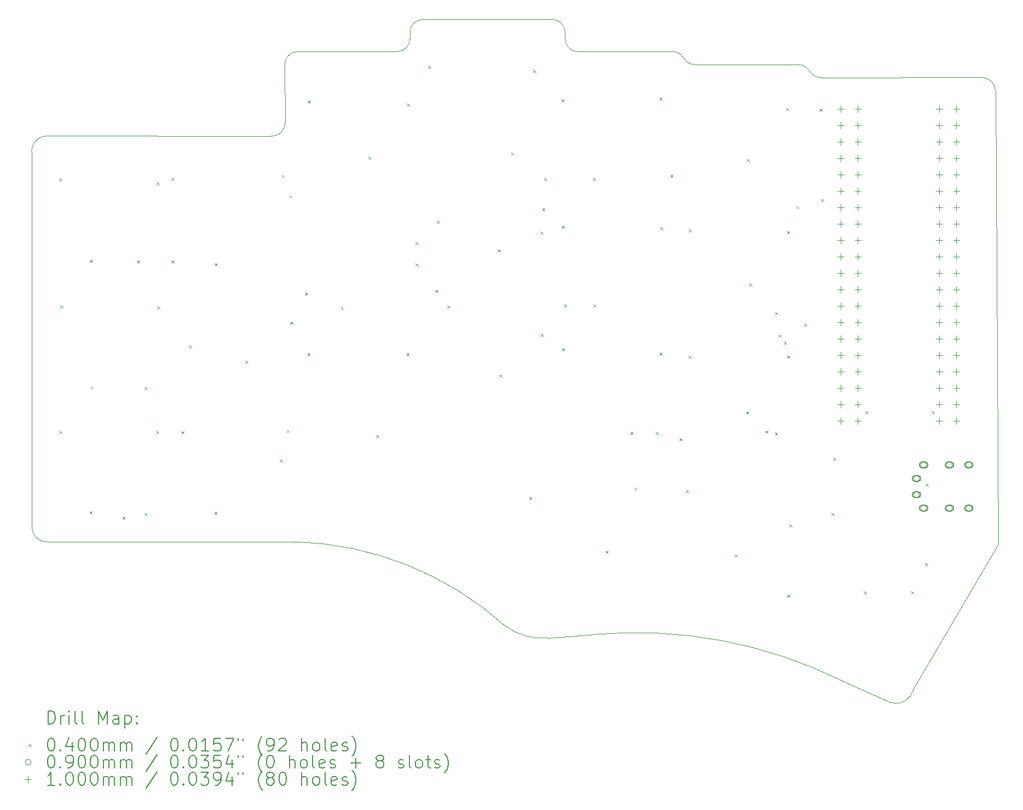
<source format=gbr>
%TF.GenerationSoftware,KiCad,Pcbnew,7.0.6*%
%TF.CreationDate,2023-08-11T19:57:06+07:00*%
%TF.ProjectId,keyboard_pcb,6b657962-6f61-4726-945f-7063622e6b69,rev1.0*%
%TF.SameCoordinates,Original*%
%TF.FileFunction,Drillmap*%
%TF.FilePolarity,Positive*%
%FSLAX45Y45*%
G04 Gerber Fmt 4.5, Leading zero omitted, Abs format (unit mm)*
G04 Created by KiCad (PCBNEW 7.0.6) date 2023-08-11 19:57:06*
%MOMM*%
%LPD*%
G01*
G04 APERTURE LIST*
%ADD10C,0.100000*%
%ADD11C,0.200000*%
%ADD12C,0.040000*%
%ADD13C,0.090000*%
G04 APERTURE END LIST*
D10*
X22970273Y-4464836D02*
X23015000Y-11465000D01*
X11976421Y-4049658D02*
X11979140Y-4958579D01*
X16311421Y-3651815D02*
G75*
G03*
X16511421Y-3851815I200000J0D01*
G01*
X13713578Y-3851815D02*
G75*
G03*
X13913578Y-3651815I0J200000D01*
G01*
X8300000Y-11436907D02*
X12140628Y-11433890D01*
X15365475Y-12719216D02*
G75*
G03*
X12140628Y-11433890I-3375475J-3780784D01*
G01*
X23015000Y-11465000D02*
X21700000Y-13700000D01*
X8058132Y-5395000D02*
X8063093Y-11200000D01*
X8300000Y-5153132D02*
X11763579Y-5158579D01*
X11763579Y-5158579D02*
G75*
G03*
X11979140Y-4958579I15000J200000D01*
G01*
X12176421Y-3849658D02*
X13713578Y-3851815D01*
X13913578Y-3551815D02*
X13913578Y-3651815D01*
X14113578Y-3351815D02*
X16111421Y-3351815D01*
X17975000Y-3850000D02*
X16511421Y-3851815D01*
X16311421Y-3551815D02*
X16311421Y-3651815D01*
X18320000Y-4050000D02*
X19920000Y-4051356D01*
X20265000Y-4251356D02*
X22734714Y-4248730D01*
X20603415Y-13586716D02*
X21341862Y-13918861D01*
X15365475Y-12719216D02*
G75*
G03*
X16040475Y-12924216I598528J756983D01*
G01*
X16770475Y-12866716D02*
X16040475Y-12924216D01*
X20603415Y-13586716D02*
G75*
G03*
X16770475Y-12866716I-3200547J-6475820D01*
G01*
X8063093Y-11200000D02*
G75*
G03*
X8300000Y-11436907I236907J0D01*
G01*
X8300000Y-5153132D02*
G75*
G03*
X8058132Y-5395000I0J-241868D01*
G01*
X12176421Y-3849658D02*
G75*
G03*
X11976421Y-4049658I0J-200000D01*
G01*
X14113578Y-3351815D02*
G75*
G03*
X13913578Y-3551815I0J-200000D01*
G01*
X16311421Y-3551815D02*
G75*
G03*
X16111421Y-3351815I-200000J0D01*
G01*
X18145000Y-3950000D02*
G75*
G03*
X17975000Y-3850000I-170000J-94500D01*
G01*
X18145000Y-3950000D02*
G75*
G03*
X18320000Y-4050000I175003J103130D01*
G01*
X20090000Y-4151356D02*
G75*
G03*
X19920000Y-4051356I-170000J-94500D01*
G01*
X20090000Y-4151356D02*
G75*
G03*
X20265000Y-4251356I175003J103130D01*
G01*
X21341862Y-13918861D02*
G75*
G03*
X21640000Y-13830000I88138J248861D01*
G01*
X21700000Y-13700000D02*
X21640000Y-13830000D01*
X22970273Y-4464836D02*
G75*
G03*
X22734714Y-4248730I-216909J0D01*
G01*
D11*
D12*
X8483980Y-9718410D02*
X8523980Y-9758410D01*
X8523980Y-9718410D02*
X8483980Y-9758410D01*
X8488420Y-5811000D02*
X8528420Y-5851000D01*
X8528420Y-5811000D02*
X8488420Y-5851000D01*
X8501010Y-7776570D02*
X8541010Y-7816570D01*
X8541010Y-7776570D02*
X8501010Y-7816570D01*
X8955700Y-10962300D02*
X8995700Y-11002300D01*
X8995700Y-10962300D02*
X8955700Y-11002300D01*
X8960300Y-7070450D02*
X9000300Y-7110450D01*
X9000300Y-7070450D02*
X8960300Y-7110450D01*
X8973100Y-9027160D02*
X9013100Y-9067160D01*
X9013100Y-9027160D02*
X8973100Y-9067160D01*
X9465800Y-11047600D02*
X9505800Y-11087600D01*
X9505800Y-11047600D02*
X9465800Y-11087600D01*
X9690270Y-7078960D02*
X9730270Y-7118960D01*
X9730270Y-7078960D02*
X9690270Y-7118960D01*
X9804740Y-10988500D02*
X9844740Y-11028500D01*
X9844740Y-10988500D02*
X9804740Y-11028500D01*
X9805700Y-9038350D02*
X9845700Y-9078350D01*
X9845700Y-9038350D02*
X9805700Y-9078350D01*
X9986500Y-9718410D02*
X10026500Y-9758410D01*
X10026500Y-9718410D02*
X9986500Y-9758410D01*
X9993500Y-5872070D02*
X10033500Y-5912070D01*
X10033500Y-5872070D02*
X9993500Y-5912070D01*
X10005200Y-7796470D02*
X10045200Y-7836470D01*
X10045200Y-7796470D02*
X10005200Y-7836470D01*
X10219900Y-5806010D02*
X10259900Y-5846010D01*
X10259900Y-5806010D02*
X10219900Y-5846010D01*
X10222700Y-7078960D02*
X10262700Y-7118960D01*
X10262700Y-7078960D02*
X10222700Y-7118960D01*
X10372300Y-9722210D02*
X10412300Y-9762210D01*
X10412300Y-9722210D02*
X10372300Y-9762210D01*
X10492500Y-8395550D02*
X10532500Y-8435550D01*
X10532500Y-8395550D02*
X10492500Y-8435550D01*
X10886700Y-10969800D02*
X10926700Y-11009800D01*
X10926700Y-10969800D02*
X10886700Y-11009800D01*
X10891300Y-7121990D02*
X10931300Y-7161990D01*
X10931300Y-7121990D02*
X10891300Y-7161990D01*
X11367700Y-8630280D02*
X11407700Y-8670280D01*
X11407700Y-8630280D02*
X11367700Y-8670280D01*
X11897300Y-10156100D02*
X11937300Y-10196100D01*
X11937300Y-10156100D02*
X11897300Y-10196100D01*
X11928900Y-5758270D02*
X11968900Y-5798270D01*
X11968900Y-5758270D02*
X11928900Y-5798270D01*
X12005500Y-9703320D02*
X12045500Y-9743320D01*
X12045500Y-9703320D02*
X12005500Y-9743320D01*
X12047100Y-6072600D02*
X12087100Y-6112600D01*
X12087100Y-6072600D02*
X12047100Y-6112600D01*
X12059800Y-8028000D02*
X12099800Y-8068000D01*
X12099800Y-8028000D02*
X12059800Y-8068000D01*
X12288800Y-7579740D02*
X12328800Y-7619740D01*
X12328800Y-7579740D02*
X12288800Y-7619740D01*
X12327600Y-8516410D02*
X12367600Y-8556410D01*
X12367600Y-8516410D02*
X12327600Y-8556410D01*
X12329900Y-4606860D02*
X12369900Y-4646860D01*
X12369900Y-4606860D02*
X12329900Y-4646860D01*
X12844000Y-7799200D02*
X12884000Y-7839200D01*
X12884000Y-7799200D02*
X12844000Y-7839200D01*
X13267600Y-5475170D02*
X13307600Y-5515170D01*
X13307600Y-5475170D02*
X13267600Y-5515170D01*
X13389200Y-9784810D02*
X13429200Y-9824810D01*
X13429200Y-9784810D02*
X13389200Y-9824810D01*
X13858500Y-8511910D02*
X13898500Y-8551910D01*
X13898500Y-8511910D02*
X13858500Y-8551910D01*
X13865300Y-4650900D02*
X13905300Y-4690900D01*
X13905300Y-4650900D02*
X13865300Y-4690900D01*
X13999300Y-6794400D02*
X14039300Y-6834400D01*
X14039300Y-6794400D02*
X13999300Y-6834400D01*
X13999300Y-7125600D02*
X14039300Y-7165600D01*
X14039300Y-7125600D02*
X13999300Y-7165600D01*
X14191400Y-4069400D02*
X14231400Y-4109400D01*
X14231400Y-4069400D02*
X14191400Y-4109400D01*
X14306100Y-7535990D02*
X14346100Y-7575990D01*
X14346100Y-7535990D02*
X14306100Y-7575990D01*
X14331200Y-6464280D02*
X14371200Y-6504280D01*
X14371200Y-6464280D02*
X14331200Y-6504280D01*
X14489200Y-7780510D02*
X14529200Y-7820510D01*
X14529200Y-7780510D02*
X14489200Y-7820510D01*
X15269000Y-6910520D02*
X15309000Y-6950520D01*
X15309000Y-6910520D02*
X15269000Y-6950520D01*
X15294400Y-8847060D02*
X15334400Y-8887060D01*
X15334400Y-8847060D02*
X15294400Y-8887060D01*
X15475300Y-5412380D02*
X15515300Y-5452380D01*
X15515300Y-5412380D02*
X15475300Y-5452380D01*
X15756000Y-10739800D02*
X15796000Y-10779800D01*
X15796000Y-10739800D02*
X15756000Y-10779800D01*
X15819600Y-4137520D02*
X15859600Y-4177520D01*
X15859600Y-4137520D02*
X15819600Y-4177520D01*
X15928400Y-6632930D02*
X15968400Y-6672930D01*
X15968400Y-6632930D02*
X15928400Y-6672930D01*
X15939400Y-8215800D02*
X15979400Y-8255800D01*
X15979400Y-8215800D02*
X15939400Y-8255800D01*
X15958600Y-6269630D02*
X15998600Y-6309630D01*
X15998600Y-6269630D02*
X15958600Y-6309630D01*
X15986500Y-5805850D02*
X16026500Y-5845850D01*
X16026500Y-5805850D02*
X15986500Y-5845850D01*
X16254900Y-4586360D02*
X16294900Y-4626360D01*
X16294900Y-4586360D02*
X16254900Y-4626360D01*
X16261300Y-6545730D02*
X16301300Y-6585730D01*
X16301300Y-6545730D02*
X16261300Y-6585730D01*
X16262600Y-8436400D02*
X16302600Y-8476400D01*
X16302600Y-8436400D02*
X16262600Y-8476400D01*
X16291900Y-7761490D02*
X16331900Y-7801490D01*
X16331900Y-7761490D02*
X16291900Y-7801490D01*
X16740000Y-5805850D02*
X16780000Y-5845850D01*
X16780000Y-5805850D02*
X16740000Y-5845850D01*
X16752800Y-7761490D02*
X16792800Y-7801490D01*
X16792800Y-7761490D02*
X16752800Y-7801490D01*
X16940100Y-11572200D02*
X16980100Y-11612200D01*
X16980100Y-11572200D02*
X16940100Y-11612200D01*
X17321900Y-9731360D02*
X17361900Y-9771360D01*
X17361900Y-9731360D02*
X17321900Y-9771360D01*
X17380000Y-10594200D02*
X17420000Y-10634200D01*
X17420000Y-10594200D02*
X17380000Y-10634200D01*
X17716600Y-9731360D02*
X17756600Y-9771360D01*
X17756600Y-9731360D02*
X17716600Y-9771360D01*
X17769500Y-8504060D02*
X17809500Y-8544060D01*
X17809500Y-8504060D02*
X17769500Y-8544060D01*
X17771000Y-4561370D02*
X17811000Y-4601370D01*
X17811000Y-4561370D02*
X17771000Y-4601370D01*
X17783400Y-6564470D02*
X17823400Y-6604470D01*
X17823400Y-6564470D02*
X17783400Y-6604470D01*
X17940300Y-5752000D02*
X17980300Y-5792000D01*
X17980300Y-5752000D02*
X17940300Y-5792000D01*
X18078400Y-9831870D02*
X18118400Y-9871870D01*
X18118400Y-9831870D02*
X18078400Y-9871870D01*
X18178800Y-10629400D02*
X18218800Y-10669400D01*
X18218800Y-10629400D02*
X18178800Y-10669400D01*
X18221900Y-8556030D02*
X18261900Y-8596030D01*
X18261900Y-8556030D02*
X18221900Y-8596030D01*
X18225500Y-6600730D02*
X18265500Y-6640730D01*
X18265500Y-6600730D02*
X18225500Y-6640730D01*
X18932700Y-11628400D02*
X18972700Y-11668400D01*
X18972700Y-11628400D02*
X18932700Y-11668400D01*
X19115100Y-9416320D02*
X19155100Y-9456320D01*
X19155100Y-9416320D02*
X19115100Y-9456320D01*
X19122000Y-5511430D02*
X19162000Y-5551430D01*
X19162000Y-5511430D02*
X19122000Y-5551430D01*
X19165000Y-7437840D02*
X19205000Y-7477840D01*
X19205000Y-7437840D02*
X19165000Y-7477840D01*
X19410300Y-9712570D02*
X19450300Y-9752570D01*
X19450300Y-9712570D02*
X19410300Y-9752570D01*
X19558000Y-9744030D02*
X19598000Y-9784030D01*
X19598000Y-9744030D02*
X19558000Y-9784030D01*
X19560300Y-7878920D02*
X19600300Y-7918920D01*
X19600300Y-7878920D02*
X19560300Y-7918920D01*
X19609200Y-8228560D02*
X19649200Y-8268560D01*
X19649200Y-8228560D02*
X19609200Y-8268560D01*
X19695700Y-8338710D02*
X19735700Y-8378710D01*
X19735700Y-8338710D02*
X19695700Y-8378710D01*
X19728600Y-4722440D02*
X19768600Y-4762440D01*
X19768600Y-4722440D02*
X19728600Y-4762440D01*
X19743100Y-6623870D02*
X19783100Y-6663870D01*
X19783100Y-6623870D02*
X19743100Y-6663870D01*
X19749000Y-8553940D02*
X19789000Y-8593940D01*
X19789000Y-8553940D02*
X19749000Y-8593940D01*
X19750300Y-12252100D02*
X19790300Y-12292100D01*
X19790300Y-12252100D02*
X19750300Y-12292100D01*
X19784400Y-11164600D02*
X19824400Y-11204600D01*
X19824400Y-11164600D02*
X19784400Y-11204600D01*
X19886200Y-6242310D02*
X19926200Y-6282310D01*
X19926200Y-6242310D02*
X19886200Y-6282310D01*
X20007500Y-8060520D02*
X20047500Y-8100520D01*
X20047500Y-8060520D02*
X20007500Y-8100520D01*
X20247600Y-4734380D02*
X20287600Y-4774380D01*
X20287600Y-4734380D02*
X20247600Y-4774380D01*
X20270100Y-6128090D02*
X20310100Y-6168090D01*
X20310100Y-6128090D02*
X20270100Y-6168090D01*
X20431200Y-10988600D02*
X20471200Y-11028600D01*
X20471200Y-10988600D02*
X20431200Y-11028600D01*
X20460000Y-10129400D02*
X20500000Y-10169400D01*
X20500000Y-10129400D02*
X20460000Y-10169400D01*
X20934100Y-12200400D02*
X20974100Y-12240400D01*
X20974100Y-12200400D02*
X20934100Y-12240400D01*
X20958300Y-9415000D02*
X20998300Y-9455000D01*
X20998300Y-9415000D02*
X20958300Y-9455000D01*
X21662800Y-12196700D02*
X21702800Y-12236700D01*
X21702800Y-12196700D02*
X21662800Y-12236700D01*
X21882600Y-11764100D02*
X21922600Y-11804100D01*
X21922600Y-11764100D02*
X21882600Y-11804100D01*
X21892100Y-10528100D02*
X21932100Y-10568100D01*
X21932100Y-10528100D02*
X21892100Y-10568100D01*
X21985400Y-9411900D02*
X22025400Y-9451900D01*
X22025400Y-9411900D02*
X21985400Y-9451900D01*
D13*
X21793000Y-10454400D02*
G75*
G03*
X21793000Y-10454400I-45000J0D01*
G01*
D11*
X21768000Y-10409400D02*
X21728000Y-10409400D01*
X21728000Y-10409400D02*
G75*
G03*
X21728000Y-10499400I0J-45000D01*
G01*
X21728000Y-10499400D02*
X21768000Y-10499400D01*
X21768000Y-10499400D02*
G75*
G03*
X21768000Y-10409400I0J45000D01*
G01*
D13*
X21793000Y-10704400D02*
G75*
G03*
X21793000Y-10704400I-45000J0D01*
G01*
D11*
X21768000Y-10659400D02*
X21728000Y-10659400D01*
X21728000Y-10659400D02*
G75*
G03*
X21728000Y-10749400I0J-45000D01*
G01*
X21728000Y-10749400D02*
X21768000Y-10749400D01*
X21768000Y-10749400D02*
G75*
G03*
X21768000Y-10659400I0J45000D01*
G01*
D13*
X21903000Y-10244400D02*
G75*
G03*
X21903000Y-10244400I-45000J0D01*
G01*
D11*
X21878000Y-10199400D02*
X21838000Y-10199400D01*
X21838000Y-10199400D02*
G75*
G03*
X21838000Y-10289400I0J-45000D01*
G01*
X21838000Y-10289400D02*
X21878000Y-10289400D01*
X21878000Y-10289400D02*
G75*
G03*
X21878000Y-10199400I0J45000D01*
G01*
D13*
X21903000Y-10914400D02*
G75*
G03*
X21903000Y-10914400I-45000J0D01*
G01*
D11*
X21878000Y-10869400D02*
X21838000Y-10869400D01*
X21838000Y-10869400D02*
G75*
G03*
X21838000Y-10959400I0J-45000D01*
G01*
X21838000Y-10959400D02*
X21878000Y-10959400D01*
X21878000Y-10959400D02*
G75*
G03*
X21878000Y-10869400I0J45000D01*
G01*
D13*
X22303000Y-10244400D02*
G75*
G03*
X22303000Y-10244400I-45000J0D01*
G01*
D11*
X22278000Y-10199400D02*
X22238000Y-10199400D01*
X22238000Y-10199400D02*
G75*
G03*
X22238000Y-10289400I0J-45000D01*
G01*
X22238000Y-10289400D02*
X22278000Y-10289400D01*
X22278000Y-10289400D02*
G75*
G03*
X22278000Y-10199400I0J45000D01*
G01*
D13*
X22303000Y-10914400D02*
G75*
G03*
X22303000Y-10914400I-45000J0D01*
G01*
D11*
X22278000Y-10869400D02*
X22238000Y-10869400D01*
X22238000Y-10869400D02*
G75*
G03*
X22238000Y-10959400I0J-45000D01*
G01*
X22238000Y-10959400D02*
X22278000Y-10959400D01*
X22278000Y-10959400D02*
G75*
G03*
X22278000Y-10869400I0J45000D01*
G01*
D13*
X22603000Y-10244400D02*
G75*
G03*
X22603000Y-10244400I-45000J0D01*
G01*
D11*
X22578000Y-10199400D02*
X22538000Y-10199400D01*
X22538000Y-10199400D02*
G75*
G03*
X22538000Y-10289400I0J-45000D01*
G01*
X22538000Y-10289400D02*
X22578000Y-10289400D01*
X22578000Y-10289400D02*
G75*
G03*
X22578000Y-10199400I0J45000D01*
G01*
D13*
X22603000Y-10914400D02*
G75*
G03*
X22603000Y-10914400I-45000J0D01*
G01*
D11*
X22578000Y-10869400D02*
X22538000Y-10869400D01*
X22538000Y-10869400D02*
G75*
G03*
X22538000Y-10959400I0J-45000D01*
G01*
X22538000Y-10959400D02*
X22578000Y-10959400D01*
X22578000Y-10959400D02*
G75*
G03*
X22578000Y-10869400I0J45000D01*
G01*
D10*
X20576000Y-4688000D02*
X20576000Y-4788000D01*
X20526000Y-4738000D02*
X20626000Y-4738000D01*
X20576000Y-4942000D02*
X20576000Y-5042000D01*
X20526000Y-4992000D02*
X20626000Y-4992000D01*
X20576000Y-5196000D02*
X20576000Y-5296000D01*
X20526000Y-5246000D02*
X20626000Y-5246000D01*
X20576000Y-5450000D02*
X20576000Y-5550000D01*
X20526000Y-5500000D02*
X20626000Y-5500000D01*
X20576000Y-5704000D02*
X20576000Y-5804000D01*
X20526000Y-5754000D02*
X20626000Y-5754000D01*
X20576000Y-5958000D02*
X20576000Y-6058000D01*
X20526000Y-6008000D02*
X20626000Y-6008000D01*
X20576000Y-6212000D02*
X20576000Y-6312000D01*
X20526000Y-6262000D02*
X20626000Y-6262000D01*
X20576000Y-6466000D02*
X20576000Y-6566000D01*
X20526000Y-6516000D02*
X20626000Y-6516000D01*
X20576000Y-6720000D02*
X20576000Y-6820000D01*
X20526000Y-6770000D02*
X20626000Y-6770000D01*
X20576000Y-6974000D02*
X20576000Y-7074000D01*
X20526000Y-7024000D02*
X20626000Y-7024000D01*
X20576000Y-7228000D02*
X20576000Y-7328000D01*
X20526000Y-7278000D02*
X20626000Y-7278000D01*
X20576000Y-7482000D02*
X20576000Y-7582000D01*
X20526000Y-7532000D02*
X20626000Y-7532000D01*
X20576000Y-7736000D02*
X20576000Y-7836000D01*
X20526000Y-7786000D02*
X20626000Y-7786000D01*
X20576000Y-7990000D02*
X20576000Y-8090000D01*
X20526000Y-8040000D02*
X20626000Y-8040000D01*
X20576000Y-8244000D02*
X20576000Y-8344000D01*
X20526000Y-8294000D02*
X20626000Y-8294000D01*
X20576000Y-8498000D02*
X20576000Y-8598000D01*
X20526000Y-8548000D02*
X20626000Y-8548000D01*
X20576000Y-8752000D02*
X20576000Y-8852000D01*
X20526000Y-8802000D02*
X20626000Y-8802000D01*
X20576000Y-9006000D02*
X20576000Y-9106000D01*
X20526000Y-9056000D02*
X20626000Y-9056000D01*
X20576000Y-9260000D02*
X20576000Y-9360000D01*
X20526000Y-9310000D02*
X20626000Y-9310000D01*
X20576000Y-9514000D02*
X20576000Y-9614000D01*
X20526000Y-9564000D02*
X20626000Y-9564000D01*
X20842000Y-4686000D02*
X20842000Y-4786000D01*
X20792000Y-4736000D02*
X20892000Y-4736000D01*
X20842000Y-4940000D02*
X20842000Y-5040000D01*
X20792000Y-4990000D02*
X20892000Y-4990000D01*
X20842000Y-5194000D02*
X20842000Y-5294000D01*
X20792000Y-5244000D02*
X20892000Y-5244000D01*
X20842000Y-5448000D02*
X20842000Y-5548000D01*
X20792000Y-5498000D02*
X20892000Y-5498000D01*
X20842000Y-5702000D02*
X20842000Y-5802000D01*
X20792000Y-5752000D02*
X20892000Y-5752000D01*
X20842000Y-5956000D02*
X20842000Y-6056000D01*
X20792000Y-6006000D02*
X20892000Y-6006000D01*
X20842000Y-6210000D02*
X20842000Y-6310000D01*
X20792000Y-6260000D02*
X20892000Y-6260000D01*
X20842000Y-6464000D02*
X20842000Y-6564000D01*
X20792000Y-6514000D02*
X20892000Y-6514000D01*
X20842000Y-6718000D02*
X20842000Y-6818000D01*
X20792000Y-6768000D02*
X20892000Y-6768000D01*
X20842000Y-6972000D02*
X20842000Y-7072000D01*
X20792000Y-7022000D02*
X20892000Y-7022000D01*
X20842000Y-7226000D02*
X20842000Y-7326000D01*
X20792000Y-7276000D02*
X20892000Y-7276000D01*
X20842000Y-7480000D02*
X20842000Y-7580000D01*
X20792000Y-7530000D02*
X20892000Y-7530000D01*
X20842000Y-7734000D02*
X20842000Y-7834000D01*
X20792000Y-7784000D02*
X20892000Y-7784000D01*
X20842000Y-7988000D02*
X20842000Y-8088000D01*
X20792000Y-8038000D02*
X20892000Y-8038000D01*
X20842000Y-8242000D02*
X20842000Y-8342000D01*
X20792000Y-8292000D02*
X20892000Y-8292000D01*
X20842000Y-8496000D02*
X20842000Y-8596000D01*
X20792000Y-8546000D02*
X20892000Y-8546000D01*
X20842000Y-8750000D02*
X20842000Y-8850000D01*
X20792000Y-8800000D02*
X20892000Y-8800000D01*
X20842000Y-9004000D02*
X20842000Y-9104000D01*
X20792000Y-9054000D02*
X20892000Y-9054000D01*
X20842000Y-9258000D02*
X20842000Y-9358000D01*
X20792000Y-9308000D02*
X20892000Y-9308000D01*
X20842000Y-9512000D02*
X20842000Y-9612000D01*
X20792000Y-9562000D02*
X20892000Y-9562000D01*
X22100000Y-4688000D02*
X22100000Y-4788000D01*
X22050000Y-4738000D02*
X22150000Y-4738000D01*
X22100000Y-4942000D02*
X22100000Y-5042000D01*
X22050000Y-4992000D02*
X22150000Y-4992000D01*
X22100000Y-5196000D02*
X22100000Y-5296000D01*
X22050000Y-5246000D02*
X22150000Y-5246000D01*
X22100000Y-5450000D02*
X22100000Y-5550000D01*
X22050000Y-5500000D02*
X22150000Y-5500000D01*
X22100000Y-5704000D02*
X22100000Y-5804000D01*
X22050000Y-5754000D02*
X22150000Y-5754000D01*
X22100000Y-5958000D02*
X22100000Y-6058000D01*
X22050000Y-6008000D02*
X22150000Y-6008000D01*
X22100000Y-6212000D02*
X22100000Y-6312000D01*
X22050000Y-6262000D02*
X22150000Y-6262000D01*
X22100000Y-6466000D02*
X22100000Y-6566000D01*
X22050000Y-6516000D02*
X22150000Y-6516000D01*
X22100000Y-6720000D02*
X22100000Y-6820000D01*
X22050000Y-6770000D02*
X22150000Y-6770000D01*
X22100000Y-6974000D02*
X22100000Y-7074000D01*
X22050000Y-7024000D02*
X22150000Y-7024000D01*
X22100000Y-7228000D02*
X22100000Y-7328000D01*
X22050000Y-7278000D02*
X22150000Y-7278000D01*
X22100000Y-7482000D02*
X22100000Y-7582000D01*
X22050000Y-7532000D02*
X22150000Y-7532000D01*
X22100000Y-7736000D02*
X22100000Y-7836000D01*
X22050000Y-7786000D02*
X22150000Y-7786000D01*
X22100000Y-7990000D02*
X22100000Y-8090000D01*
X22050000Y-8040000D02*
X22150000Y-8040000D01*
X22100000Y-8244000D02*
X22100000Y-8344000D01*
X22050000Y-8294000D02*
X22150000Y-8294000D01*
X22100000Y-8498000D02*
X22100000Y-8598000D01*
X22050000Y-8548000D02*
X22150000Y-8548000D01*
X22100000Y-8752000D02*
X22100000Y-8852000D01*
X22050000Y-8802000D02*
X22150000Y-8802000D01*
X22100000Y-9006000D02*
X22100000Y-9106000D01*
X22050000Y-9056000D02*
X22150000Y-9056000D01*
X22100000Y-9260000D02*
X22100000Y-9360000D01*
X22050000Y-9310000D02*
X22150000Y-9310000D01*
X22100000Y-9514000D02*
X22100000Y-9614000D01*
X22050000Y-9564000D02*
X22150000Y-9564000D01*
X22366000Y-4686000D02*
X22366000Y-4786000D01*
X22316000Y-4736000D02*
X22416000Y-4736000D01*
X22366000Y-4940000D02*
X22366000Y-5040000D01*
X22316000Y-4990000D02*
X22416000Y-4990000D01*
X22366000Y-5194000D02*
X22366000Y-5294000D01*
X22316000Y-5244000D02*
X22416000Y-5244000D01*
X22366000Y-5448000D02*
X22366000Y-5548000D01*
X22316000Y-5498000D02*
X22416000Y-5498000D01*
X22366000Y-5702000D02*
X22366000Y-5802000D01*
X22316000Y-5752000D02*
X22416000Y-5752000D01*
X22366000Y-5956000D02*
X22366000Y-6056000D01*
X22316000Y-6006000D02*
X22416000Y-6006000D01*
X22366000Y-6210000D02*
X22366000Y-6310000D01*
X22316000Y-6260000D02*
X22416000Y-6260000D01*
X22366000Y-6464000D02*
X22366000Y-6564000D01*
X22316000Y-6514000D02*
X22416000Y-6514000D01*
X22366000Y-6718000D02*
X22366000Y-6818000D01*
X22316000Y-6768000D02*
X22416000Y-6768000D01*
X22366000Y-6972000D02*
X22366000Y-7072000D01*
X22316000Y-7022000D02*
X22416000Y-7022000D01*
X22366000Y-7226000D02*
X22366000Y-7326000D01*
X22316000Y-7276000D02*
X22416000Y-7276000D01*
X22366000Y-7480000D02*
X22366000Y-7580000D01*
X22316000Y-7530000D02*
X22416000Y-7530000D01*
X22366000Y-7734000D02*
X22366000Y-7834000D01*
X22316000Y-7784000D02*
X22416000Y-7784000D01*
X22366000Y-7988000D02*
X22366000Y-8088000D01*
X22316000Y-8038000D02*
X22416000Y-8038000D01*
X22366000Y-8242000D02*
X22366000Y-8342000D01*
X22316000Y-8292000D02*
X22416000Y-8292000D01*
X22366000Y-8496000D02*
X22366000Y-8596000D01*
X22316000Y-8546000D02*
X22416000Y-8546000D01*
X22366000Y-8750000D02*
X22366000Y-8850000D01*
X22316000Y-8800000D02*
X22416000Y-8800000D01*
X22366000Y-9004000D02*
X22366000Y-9104000D01*
X22316000Y-9054000D02*
X22416000Y-9054000D01*
X22366000Y-9258000D02*
X22366000Y-9358000D01*
X22316000Y-9308000D02*
X22416000Y-9308000D01*
X22366000Y-9512000D02*
X22366000Y-9612000D01*
X22316000Y-9562000D02*
X22416000Y-9562000D01*
D11*
X8313909Y-14250491D02*
X8313909Y-14050491D01*
X8313909Y-14050491D02*
X8361528Y-14050491D01*
X8361528Y-14050491D02*
X8390100Y-14060015D01*
X8390100Y-14060015D02*
X8409147Y-14079063D01*
X8409147Y-14079063D02*
X8418671Y-14098110D01*
X8418671Y-14098110D02*
X8428195Y-14136205D01*
X8428195Y-14136205D02*
X8428195Y-14164777D01*
X8428195Y-14164777D02*
X8418671Y-14202872D01*
X8418671Y-14202872D02*
X8409147Y-14221920D01*
X8409147Y-14221920D02*
X8390100Y-14240967D01*
X8390100Y-14240967D02*
X8361528Y-14250491D01*
X8361528Y-14250491D02*
X8313909Y-14250491D01*
X8513909Y-14250491D02*
X8513909Y-14117158D01*
X8513909Y-14155253D02*
X8523433Y-14136205D01*
X8523433Y-14136205D02*
X8532957Y-14126682D01*
X8532957Y-14126682D02*
X8552004Y-14117158D01*
X8552004Y-14117158D02*
X8571052Y-14117158D01*
X8637719Y-14250491D02*
X8637719Y-14117158D01*
X8637719Y-14050491D02*
X8628195Y-14060015D01*
X8628195Y-14060015D02*
X8637719Y-14069539D01*
X8637719Y-14069539D02*
X8647243Y-14060015D01*
X8647243Y-14060015D02*
X8637719Y-14050491D01*
X8637719Y-14050491D02*
X8637719Y-14069539D01*
X8761528Y-14250491D02*
X8742481Y-14240967D01*
X8742481Y-14240967D02*
X8732957Y-14221920D01*
X8732957Y-14221920D02*
X8732957Y-14050491D01*
X8866290Y-14250491D02*
X8847243Y-14240967D01*
X8847243Y-14240967D02*
X8837719Y-14221920D01*
X8837719Y-14221920D02*
X8837719Y-14050491D01*
X9094862Y-14250491D02*
X9094862Y-14050491D01*
X9094862Y-14050491D02*
X9161528Y-14193348D01*
X9161528Y-14193348D02*
X9228195Y-14050491D01*
X9228195Y-14050491D02*
X9228195Y-14250491D01*
X9409147Y-14250491D02*
X9409147Y-14145729D01*
X9409147Y-14145729D02*
X9399624Y-14126682D01*
X9399624Y-14126682D02*
X9380576Y-14117158D01*
X9380576Y-14117158D02*
X9342481Y-14117158D01*
X9342481Y-14117158D02*
X9323433Y-14126682D01*
X9409147Y-14240967D02*
X9390100Y-14250491D01*
X9390100Y-14250491D02*
X9342481Y-14250491D01*
X9342481Y-14250491D02*
X9323433Y-14240967D01*
X9323433Y-14240967D02*
X9313909Y-14221920D01*
X9313909Y-14221920D02*
X9313909Y-14202872D01*
X9313909Y-14202872D02*
X9323433Y-14183825D01*
X9323433Y-14183825D02*
X9342481Y-14174301D01*
X9342481Y-14174301D02*
X9390100Y-14174301D01*
X9390100Y-14174301D02*
X9409147Y-14164777D01*
X9504385Y-14117158D02*
X9504385Y-14317158D01*
X9504385Y-14126682D02*
X9523433Y-14117158D01*
X9523433Y-14117158D02*
X9561528Y-14117158D01*
X9561528Y-14117158D02*
X9580576Y-14126682D01*
X9580576Y-14126682D02*
X9590100Y-14136205D01*
X9590100Y-14136205D02*
X9599624Y-14155253D01*
X9599624Y-14155253D02*
X9599624Y-14212396D01*
X9599624Y-14212396D02*
X9590100Y-14231444D01*
X9590100Y-14231444D02*
X9580576Y-14240967D01*
X9580576Y-14240967D02*
X9561528Y-14250491D01*
X9561528Y-14250491D02*
X9523433Y-14250491D01*
X9523433Y-14250491D02*
X9504385Y-14240967D01*
X9685338Y-14231444D02*
X9694862Y-14240967D01*
X9694862Y-14240967D02*
X9685338Y-14250491D01*
X9685338Y-14250491D02*
X9675814Y-14240967D01*
X9675814Y-14240967D02*
X9685338Y-14231444D01*
X9685338Y-14231444D02*
X9685338Y-14250491D01*
X9685338Y-14126682D02*
X9694862Y-14136205D01*
X9694862Y-14136205D02*
X9685338Y-14145729D01*
X9685338Y-14145729D02*
X9675814Y-14136205D01*
X9675814Y-14136205D02*
X9685338Y-14126682D01*
X9685338Y-14126682D02*
X9685338Y-14145729D01*
D12*
X8013132Y-14559007D02*
X8053132Y-14599007D01*
X8053132Y-14559007D02*
X8013132Y-14599007D01*
D11*
X8352004Y-14470491D02*
X8371052Y-14470491D01*
X8371052Y-14470491D02*
X8390100Y-14480015D01*
X8390100Y-14480015D02*
X8399624Y-14489539D01*
X8399624Y-14489539D02*
X8409147Y-14508586D01*
X8409147Y-14508586D02*
X8418671Y-14546682D01*
X8418671Y-14546682D02*
X8418671Y-14594301D01*
X8418671Y-14594301D02*
X8409147Y-14632396D01*
X8409147Y-14632396D02*
X8399624Y-14651444D01*
X8399624Y-14651444D02*
X8390100Y-14660967D01*
X8390100Y-14660967D02*
X8371052Y-14670491D01*
X8371052Y-14670491D02*
X8352004Y-14670491D01*
X8352004Y-14670491D02*
X8332957Y-14660967D01*
X8332957Y-14660967D02*
X8323433Y-14651444D01*
X8323433Y-14651444D02*
X8313909Y-14632396D01*
X8313909Y-14632396D02*
X8304385Y-14594301D01*
X8304385Y-14594301D02*
X8304385Y-14546682D01*
X8304385Y-14546682D02*
X8313909Y-14508586D01*
X8313909Y-14508586D02*
X8323433Y-14489539D01*
X8323433Y-14489539D02*
X8332957Y-14480015D01*
X8332957Y-14480015D02*
X8352004Y-14470491D01*
X8504385Y-14651444D02*
X8513909Y-14660967D01*
X8513909Y-14660967D02*
X8504385Y-14670491D01*
X8504385Y-14670491D02*
X8494862Y-14660967D01*
X8494862Y-14660967D02*
X8504385Y-14651444D01*
X8504385Y-14651444D02*
X8504385Y-14670491D01*
X8685338Y-14537158D02*
X8685338Y-14670491D01*
X8637719Y-14460967D02*
X8590100Y-14603825D01*
X8590100Y-14603825D02*
X8713909Y-14603825D01*
X8828195Y-14470491D02*
X8847243Y-14470491D01*
X8847243Y-14470491D02*
X8866290Y-14480015D01*
X8866290Y-14480015D02*
X8875814Y-14489539D01*
X8875814Y-14489539D02*
X8885338Y-14508586D01*
X8885338Y-14508586D02*
X8894862Y-14546682D01*
X8894862Y-14546682D02*
X8894862Y-14594301D01*
X8894862Y-14594301D02*
X8885338Y-14632396D01*
X8885338Y-14632396D02*
X8875814Y-14651444D01*
X8875814Y-14651444D02*
X8866290Y-14660967D01*
X8866290Y-14660967D02*
X8847243Y-14670491D01*
X8847243Y-14670491D02*
X8828195Y-14670491D01*
X8828195Y-14670491D02*
X8809147Y-14660967D01*
X8809147Y-14660967D02*
X8799624Y-14651444D01*
X8799624Y-14651444D02*
X8790100Y-14632396D01*
X8790100Y-14632396D02*
X8780576Y-14594301D01*
X8780576Y-14594301D02*
X8780576Y-14546682D01*
X8780576Y-14546682D02*
X8790100Y-14508586D01*
X8790100Y-14508586D02*
X8799624Y-14489539D01*
X8799624Y-14489539D02*
X8809147Y-14480015D01*
X8809147Y-14480015D02*
X8828195Y-14470491D01*
X9018671Y-14470491D02*
X9037719Y-14470491D01*
X9037719Y-14470491D02*
X9056766Y-14480015D01*
X9056766Y-14480015D02*
X9066290Y-14489539D01*
X9066290Y-14489539D02*
X9075814Y-14508586D01*
X9075814Y-14508586D02*
X9085338Y-14546682D01*
X9085338Y-14546682D02*
X9085338Y-14594301D01*
X9085338Y-14594301D02*
X9075814Y-14632396D01*
X9075814Y-14632396D02*
X9066290Y-14651444D01*
X9066290Y-14651444D02*
X9056766Y-14660967D01*
X9056766Y-14660967D02*
X9037719Y-14670491D01*
X9037719Y-14670491D02*
X9018671Y-14670491D01*
X9018671Y-14670491D02*
X8999624Y-14660967D01*
X8999624Y-14660967D02*
X8990100Y-14651444D01*
X8990100Y-14651444D02*
X8980576Y-14632396D01*
X8980576Y-14632396D02*
X8971052Y-14594301D01*
X8971052Y-14594301D02*
X8971052Y-14546682D01*
X8971052Y-14546682D02*
X8980576Y-14508586D01*
X8980576Y-14508586D02*
X8990100Y-14489539D01*
X8990100Y-14489539D02*
X8999624Y-14480015D01*
X8999624Y-14480015D02*
X9018671Y-14470491D01*
X9171052Y-14670491D02*
X9171052Y-14537158D01*
X9171052Y-14556205D02*
X9180576Y-14546682D01*
X9180576Y-14546682D02*
X9199624Y-14537158D01*
X9199624Y-14537158D02*
X9228195Y-14537158D01*
X9228195Y-14537158D02*
X9247243Y-14546682D01*
X9247243Y-14546682D02*
X9256766Y-14565729D01*
X9256766Y-14565729D02*
X9256766Y-14670491D01*
X9256766Y-14565729D02*
X9266290Y-14546682D01*
X9266290Y-14546682D02*
X9285338Y-14537158D01*
X9285338Y-14537158D02*
X9313909Y-14537158D01*
X9313909Y-14537158D02*
X9332957Y-14546682D01*
X9332957Y-14546682D02*
X9342481Y-14565729D01*
X9342481Y-14565729D02*
X9342481Y-14670491D01*
X9437719Y-14670491D02*
X9437719Y-14537158D01*
X9437719Y-14556205D02*
X9447243Y-14546682D01*
X9447243Y-14546682D02*
X9466290Y-14537158D01*
X9466290Y-14537158D02*
X9494862Y-14537158D01*
X9494862Y-14537158D02*
X9513909Y-14546682D01*
X9513909Y-14546682D02*
X9523433Y-14565729D01*
X9523433Y-14565729D02*
X9523433Y-14670491D01*
X9523433Y-14565729D02*
X9532957Y-14546682D01*
X9532957Y-14546682D02*
X9552005Y-14537158D01*
X9552005Y-14537158D02*
X9580576Y-14537158D01*
X9580576Y-14537158D02*
X9599624Y-14546682D01*
X9599624Y-14546682D02*
X9609147Y-14565729D01*
X9609147Y-14565729D02*
X9609147Y-14670491D01*
X9999624Y-14460967D02*
X9828195Y-14718110D01*
X10256767Y-14470491D02*
X10275814Y-14470491D01*
X10275814Y-14470491D02*
X10294862Y-14480015D01*
X10294862Y-14480015D02*
X10304386Y-14489539D01*
X10304386Y-14489539D02*
X10313909Y-14508586D01*
X10313909Y-14508586D02*
X10323433Y-14546682D01*
X10323433Y-14546682D02*
X10323433Y-14594301D01*
X10323433Y-14594301D02*
X10313909Y-14632396D01*
X10313909Y-14632396D02*
X10304386Y-14651444D01*
X10304386Y-14651444D02*
X10294862Y-14660967D01*
X10294862Y-14660967D02*
X10275814Y-14670491D01*
X10275814Y-14670491D02*
X10256767Y-14670491D01*
X10256767Y-14670491D02*
X10237719Y-14660967D01*
X10237719Y-14660967D02*
X10228195Y-14651444D01*
X10228195Y-14651444D02*
X10218671Y-14632396D01*
X10218671Y-14632396D02*
X10209148Y-14594301D01*
X10209148Y-14594301D02*
X10209148Y-14546682D01*
X10209148Y-14546682D02*
X10218671Y-14508586D01*
X10218671Y-14508586D02*
X10228195Y-14489539D01*
X10228195Y-14489539D02*
X10237719Y-14480015D01*
X10237719Y-14480015D02*
X10256767Y-14470491D01*
X10409148Y-14651444D02*
X10418671Y-14660967D01*
X10418671Y-14660967D02*
X10409148Y-14670491D01*
X10409148Y-14670491D02*
X10399624Y-14660967D01*
X10399624Y-14660967D02*
X10409148Y-14651444D01*
X10409148Y-14651444D02*
X10409148Y-14670491D01*
X10542481Y-14470491D02*
X10561529Y-14470491D01*
X10561529Y-14470491D02*
X10580576Y-14480015D01*
X10580576Y-14480015D02*
X10590100Y-14489539D01*
X10590100Y-14489539D02*
X10599624Y-14508586D01*
X10599624Y-14508586D02*
X10609148Y-14546682D01*
X10609148Y-14546682D02*
X10609148Y-14594301D01*
X10609148Y-14594301D02*
X10599624Y-14632396D01*
X10599624Y-14632396D02*
X10590100Y-14651444D01*
X10590100Y-14651444D02*
X10580576Y-14660967D01*
X10580576Y-14660967D02*
X10561529Y-14670491D01*
X10561529Y-14670491D02*
X10542481Y-14670491D01*
X10542481Y-14670491D02*
X10523433Y-14660967D01*
X10523433Y-14660967D02*
X10513909Y-14651444D01*
X10513909Y-14651444D02*
X10504386Y-14632396D01*
X10504386Y-14632396D02*
X10494862Y-14594301D01*
X10494862Y-14594301D02*
X10494862Y-14546682D01*
X10494862Y-14546682D02*
X10504386Y-14508586D01*
X10504386Y-14508586D02*
X10513909Y-14489539D01*
X10513909Y-14489539D02*
X10523433Y-14480015D01*
X10523433Y-14480015D02*
X10542481Y-14470491D01*
X10799624Y-14670491D02*
X10685338Y-14670491D01*
X10742481Y-14670491D02*
X10742481Y-14470491D01*
X10742481Y-14470491D02*
X10723433Y-14499063D01*
X10723433Y-14499063D02*
X10704386Y-14518110D01*
X10704386Y-14518110D02*
X10685338Y-14527634D01*
X10980576Y-14470491D02*
X10885338Y-14470491D01*
X10885338Y-14470491D02*
X10875814Y-14565729D01*
X10875814Y-14565729D02*
X10885338Y-14556205D01*
X10885338Y-14556205D02*
X10904386Y-14546682D01*
X10904386Y-14546682D02*
X10952005Y-14546682D01*
X10952005Y-14546682D02*
X10971052Y-14556205D01*
X10971052Y-14556205D02*
X10980576Y-14565729D01*
X10980576Y-14565729D02*
X10990100Y-14584777D01*
X10990100Y-14584777D02*
X10990100Y-14632396D01*
X10990100Y-14632396D02*
X10980576Y-14651444D01*
X10980576Y-14651444D02*
X10971052Y-14660967D01*
X10971052Y-14660967D02*
X10952005Y-14670491D01*
X10952005Y-14670491D02*
X10904386Y-14670491D01*
X10904386Y-14670491D02*
X10885338Y-14660967D01*
X10885338Y-14660967D02*
X10875814Y-14651444D01*
X11056767Y-14470491D02*
X11190100Y-14470491D01*
X11190100Y-14470491D02*
X11104386Y-14670491D01*
X11256767Y-14470491D02*
X11256767Y-14508586D01*
X11332957Y-14470491D02*
X11332957Y-14508586D01*
X11628195Y-14746682D02*
X11618671Y-14737158D01*
X11618671Y-14737158D02*
X11599624Y-14708586D01*
X11599624Y-14708586D02*
X11590100Y-14689539D01*
X11590100Y-14689539D02*
X11580576Y-14660967D01*
X11580576Y-14660967D02*
X11571052Y-14613348D01*
X11571052Y-14613348D02*
X11571052Y-14575253D01*
X11571052Y-14575253D02*
X11580576Y-14527634D01*
X11580576Y-14527634D02*
X11590100Y-14499063D01*
X11590100Y-14499063D02*
X11599624Y-14480015D01*
X11599624Y-14480015D02*
X11618671Y-14451444D01*
X11618671Y-14451444D02*
X11628195Y-14441920D01*
X11713909Y-14670491D02*
X11752005Y-14670491D01*
X11752005Y-14670491D02*
X11771052Y-14660967D01*
X11771052Y-14660967D02*
X11780576Y-14651444D01*
X11780576Y-14651444D02*
X11799624Y-14622872D01*
X11799624Y-14622872D02*
X11809148Y-14584777D01*
X11809148Y-14584777D02*
X11809148Y-14508586D01*
X11809148Y-14508586D02*
X11799624Y-14489539D01*
X11799624Y-14489539D02*
X11790100Y-14480015D01*
X11790100Y-14480015D02*
X11771052Y-14470491D01*
X11771052Y-14470491D02*
X11732957Y-14470491D01*
X11732957Y-14470491D02*
X11713909Y-14480015D01*
X11713909Y-14480015D02*
X11704386Y-14489539D01*
X11704386Y-14489539D02*
X11694862Y-14508586D01*
X11694862Y-14508586D02*
X11694862Y-14556205D01*
X11694862Y-14556205D02*
X11704386Y-14575253D01*
X11704386Y-14575253D02*
X11713909Y-14584777D01*
X11713909Y-14584777D02*
X11732957Y-14594301D01*
X11732957Y-14594301D02*
X11771052Y-14594301D01*
X11771052Y-14594301D02*
X11790100Y-14584777D01*
X11790100Y-14584777D02*
X11799624Y-14575253D01*
X11799624Y-14575253D02*
X11809148Y-14556205D01*
X11885338Y-14489539D02*
X11894862Y-14480015D01*
X11894862Y-14480015D02*
X11913909Y-14470491D01*
X11913909Y-14470491D02*
X11961529Y-14470491D01*
X11961529Y-14470491D02*
X11980576Y-14480015D01*
X11980576Y-14480015D02*
X11990100Y-14489539D01*
X11990100Y-14489539D02*
X11999624Y-14508586D01*
X11999624Y-14508586D02*
X11999624Y-14527634D01*
X11999624Y-14527634D02*
X11990100Y-14556205D01*
X11990100Y-14556205D02*
X11875814Y-14670491D01*
X11875814Y-14670491D02*
X11999624Y-14670491D01*
X12237719Y-14670491D02*
X12237719Y-14470491D01*
X12323433Y-14670491D02*
X12323433Y-14565729D01*
X12323433Y-14565729D02*
X12313910Y-14546682D01*
X12313910Y-14546682D02*
X12294862Y-14537158D01*
X12294862Y-14537158D02*
X12266290Y-14537158D01*
X12266290Y-14537158D02*
X12247243Y-14546682D01*
X12247243Y-14546682D02*
X12237719Y-14556205D01*
X12447243Y-14670491D02*
X12428195Y-14660967D01*
X12428195Y-14660967D02*
X12418671Y-14651444D01*
X12418671Y-14651444D02*
X12409148Y-14632396D01*
X12409148Y-14632396D02*
X12409148Y-14575253D01*
X12409148Y-14575253D02*
X12418671Y-14556205D01*
X12418671Y-14556205D02*
X12428195Y-14546682D01*
X12428195Y-14546682D02*
X12447243Y-14537158D01*
X12447243Y-14537158D02*
X12475814Y-14537158D01*
X12475814Y-14537158D02*
X12494862Y-14546682D01*
X12494862Y-14546682D02*
X12504386Y-14556205D01*
X12504386Y-14556205D02*
X12513910Y-14575253D01*
X12513910Y-14575253D02*
X12513910Y-14632396D01*
X12513910Y-14632396D02*
X12504386Y-14651444D01*
X12504386Y-14651444D02*
X12494862Y-14660967D01*
X12494862Y-14660967D02*
X12475814Y-14670491D01*
X12475814Y-14670491D02*
X12447243Y-14670491D01*
X12628195Y-14670491D02*
X12609148Y-14660967D01*
X12609148Y-14660967D02*
X12599624Y-14641920D01*
X12599624Y-14641920D02*
X12599624Y-14470491D01*
X12780576Y-14660967D02*
X12761529Y-14670491D01*
X12761529Y-14670491D02*
X12723433Y-14670491D01*
X12723433Y-14670491D02*
X12704386Y-14660967D01*
X12704386Y-14660967D02*
X12694862Y-14641920D01*
X12694862Y-14641920D02*
X12694862Y-14565729D01*
X12694862Y-14565729D02*
X12704386Y-14546682D01*
X12704386Y-14546682D02*
X12723433Y-14537158D01*
X12723433Y-14537158D02*
X12761529Y-14537158D01*
X12761529Y-14537158D02*
X12780576Y-14546682D01*
X12780576Y-14546682D02*
X12790100Y-14565729D01*
X12790100Y-14565729D02*
X12790100Y-14584777D01*
X12790100Y-14584777D02*
X12694862Y-14603825D01*
X12866291Y-14660967D02*
X12885338Y-14670491D01*
X12885338Y-14670491D02*
X12923433Y-14670491D01*
X12923433Y-14670491D02*
X12942481Y-14660967D01*
X12942481Y-14660967D02*
X12952005Y-14641920D01*
X12952005Y-14641920D02*
X12952005Y-14632396D01*
X12952005Y-14632396D02*
X12942481Y-14613348D01*
X12942481Y-14613348D02*
X12923433Y-14603825D01*
X12923433Y-14603825D02*
X12894862Y-14603825D01*
X12894862Y-14603825D02*
X12875814Y-14594301D01*
X12875814Y-14594301D02*
X12866291Y-14575253D01*
X12866291Y-14575253D02*
X12866291Y-14565729D01*
X12866291Y-14565729D02*
X12875814Y-14546682D01*
X12875814Y-14546682D02*
X12894862Y-14537158D01*
X12894862Y-14537158D02*
X12923433Y-14537158D01*
X12923433Y-14537158D02*
X12942481Y-14546682D01*
X13018672Y-14746682D02*
X13028195Y-14737158D01*
X13028195Y-14737158D02*
X13047243Y-14708586D01*
X13047243Y-14708586D02*
X13056767Y-14689539D01*
X13056767Y-14689539D02*
X13066291Y-14660967D01*
X13066291Y-14660967D02*
X13075814Y-14613348D01*
X13075814Y-14613348D02*
X13075814Y-14575253D01*
X13075814Y-14575253D02*
X13066291Y-14527634D01*
X13066291Y-14527634D02*
X13056767Y-14499063D01*
X13056767Y-14499063D02*
X13047243Y-14480015D01*
X13047243Y-14480015D02*
X13028195Y-14451444D01*
X13028195Y-14451444D02*
X13018672Y-14441920D01*
D13*
X8053132Y-14843007D02*
G75*
G03*
X8053132Y-14843007I-45000J0D01*
G01*
D11*
X8352004Y-14734491D02*
X8371052Y-14734491D01*
X8371052Y-14734491D02*
X8390100Y-14744015D01*
X8390100Y-14744015D02*
X8399624Y-14753539D01*
X8399624Y-14753539D02*
X8409147Y-14772586D01*
X8409147Y-14772586D02*
X8418671Y-14810682D01*
X8418671Y-14810682D02*
X8418671Y-14858301D01*
X8418671Y-14858301D02*
X8409147Y-14896396D01*
X8409147Y-14896396D02*
X8399624Y-14915444D01*
X8399624Y-14915444D02*
X8390100Y-14924967D01*
X8390100Y-14924967D02*
X8371052Y-14934491D01*
X8371052Y-14934491D02*
X8352004Y-14934491D01*
X8352004Y-14934491D02*
X8332957Y-14924967D01*
X8332957Y-14924967D02*
X8323433Y-14915444D01*
X8323433Y-14915444D02*
X8313909Y-14896396D01*
X8313909Y-14896396D02*
X8304385Y-14858301D01*
X8304385Y-14858301D02*
X8304385Y-14810682D01*
X8304385Y-14810682D02*
X8313909Y-14772586D01*
X8313909Y-14772586D02*
X8323433Y-14753539D01*
X8323433Y-14753539D02*
X8332957Y-14744015D01*
X8332957Y-14744015D02*
X8352004Y-14734491D01*
X8504385Y-14915444D02*
X8513909Y-14924967D01*
X8513909Y-14924967D02*
X8504385Y-14934491D01*
X8504385Y-14934491D02*
X8494862Y-14924967D01*
X8494862Y-14924967D02*
X8504385Y-14915444D01*
X8504385Y-14915444D02*
X8504385Y-14934491D01*
X8609147Y-14934491D02*
X8647243Y-14934491D01*
X8647243Y-14934491D02*
X8666290Y-14924967D01*
X8666290Y-14924967D02*
X8675814Y-14915444D01*
X8675814Y-14915444D02*
X8694862Y-14886872D01*
X8694862Y-14886872D02*
X8704385Y-14848777D01*
X8704385Y-14848777D02*
X8704385Y-14772586D01*
X8704385Y-14772586D02*
X8694862Y-14753539D01*
X8694862Y-14753539D02*
X8685338Y-14744015D01*
X8685338Y-14744015D02*
X8666290Y-14734491D01*
X8666290Y-14734491D02*
X8628195Y-14734491D01*
X8628195Y-14734491D02*
X8609147Y-14744015D01*
X8609147Y-14744015D02*
X8599624Y-14753539D01*
X8599624Y-14753539D02*
X8590100Y-14772586D01*
X8590100Y-14772586D02*
X8590100Y-14820205D01*
X8590100Y-14820205D02*
X8599624Y-14839253D01*
X8599624Y-14839253D02*
X8609147Y-14848777D01*
X8609147Y-14848777D02*
X8628195Y-14858301D01*
X8628195Y-14858301D02*
X8666290Y-14858301D01*
X8666290Y-14858301D02*
X8685338Y-14848777D01*
X8685338Y-14848777D02*
X8694862Y-14839253D01*
X8694862Y-14839253D02*
X8704385Y-14820205D01*
X8828195Y-14734491D02*
X8847243Y-14734491D01*
X8847243Y-14734491D02*
X8866290Y-14744015D01*
X8866290Y-14744015D02*
X8875814Y-14753539D01*
X8875814Y-14753539D02*
X8885338Y-14772586D01*
X8885338Y-14772586D02*
X8894862Y-14810682D01*
X8894862Y-14810682D02*
X8894862Y-14858301D01*
X8894862Y-14858301D02*
X8885338Y-14896396D01*
X8885338Y-14896396D02*
X8875814Y-14915444D01*
X8875814Y-14915444D02*
X8866290Y-14924967D01*
X8866290Y-14924967D02*
X8847243Y-14934491D01*
X8847243Y-14934491D02*
X8828195Y-14934491D01*
X8828195Y-14934491D02*
X8809147Y-14924967D01*
X8809147Y-14924967D02*
X8799624Y-14915444D01*
X8799624Y-14915444D02*
X8790100Y-14896396D01*
X8790100Y-14896396D02*
X8780576Y-14858301D01*
X8780576Y-14858301D02*
X8780576Y-14810682D01*
X8780576Y-14810682D02*
X8790100Y-14772586D01*
X8790100Y-14772586D02*
X8799624Y-14753539D01*
X8799624Y-14753539D02*
X8809147Y-14744015D01*
X8809147Y-14744015D02*
X8828195Y-14734491D01*
X9018671Y-14734491D02*
X9037719Y-14734491D01*
X9037719Y-14734491D02*
X9056766Y-14744015D01*
X9056766Y-14744015D02*
X9066290Y-14753539D01*
X9066290Y-14753539D02*
X9075814Y-14772586D01*
X9075814Y-14772586D02*
X9085338Y-14810682D01*
X9085338Y-14810682D02*
X9085338Y-14858301D01*
X9085338Y-14858301D02*
X9075814Y-14896396D01*
X9075814Y-14896396D02*
X9066290Y-14915444D01*
X9066290Y-14915444D02*
X9056766Y-14924967D01*
X9056766Y-14924967D02*
X9037719Y-14934491D01*
X9037719Y-14934491D02*
X9018671Y-14934491D01*
X9018671Y-14934491D02*
X8999624Y-14924967D01*
X8999624Y-14924967D02*
X8990100Y-14915444D01*
X8990100Y-14915444D02*
X8980576Y-14896396D01*
X8980576Y-14896396D02*
X8971052Y-14858301D01*
X8971052Y-14858301D02*
X8971052Y-14810682D01*
X8971052Y-14810682D02*
X8980576Y-14772586D01*
X8980576Y-14772586D02*
X8990100Y-14753539D01*
X8990100Y-14753539D02*
X8999624Y-14744015D01*
X8999624Y-14744015D02*
X9018671Y-14734491D01*
X9171052Y-14934491D02*
X9171052Y-14801158D01*
X9171052Y-14820205D02*
X9180576Y-14810682D01*
X9180576Y-14810682D02*
X9199624Y-14801158D01*
X9199624Y-14801158D02*
X9228195Y-14801158D01*
X9228195Y-14801158D02*
X9247243Y-14810682D01*
X9247243Y-14810682D02*
X9256766Y-14829729D01*
X9256766Y-14829729D02*
X9256766Y-14934491D01*
X9256766Y-14829729D02*
X9266290Y-14810682D01*
X9266290Y-14810682D02*
X9285338Y-14801158D01*
X9285338Y-14801158D02*
X9313909Y-14801158D01*
X9313909Y-14801158D02*
X9332957Y-14810682D01*
X9332957Y-14810682D02*
X9342481Y-14829729D01*
X9342481Y-14829729D02*
X9342481Y-14934491D01*
X9437719Y-14934491D02*
X9437719Y-14801158D01*
X9437719Y-14820205D02*
X9447243Y-14810682D01*
X9447243Y-14810682D02*
X9466290Y-14801158D01*
X9466290Y-14801158D02*
X9494862Y-14801158D01*
X9494862Y-14801158D02*
X9513909Y-14810682D01*
X9513909Y-14810682D02*
X9523433Y-14829729D01*
X9523433Y-14829729D02*
X9523433Y-14934491D01*
X9523433Y-14829729D02*
X9532957Y-14810682D01*
X9532957Y-14810682D02*
X9552005Y-14801158D01*
X9552005Y-14801158D02*
X9580576Y-14801158D01*
X9580576Y-14801158D02*
X9599624Y-14810682D01*
X9599624Y-14810682D02*
X9609147Y-14829729D01*
X9609147Y-14829729D02*
X9609147Y-14934491D01*
X9999624Y-14724967D02*
X9828195Y-14982110D01*
X10256767Y-14734491D02*
X10275814Y-14734491D01*
X10275814Y-14734491D02*
X10294862Y-14744015D01*
X10294862Y-14744015D02*
X10304386Y-14753539D01*
X10304386Y-14753539D02*
X10313909Y-14772586D01*
X10313909Y-14772586D02*
X10323433Y-14810682D01*
X10323433Y-14810682D02*
X10323433Y-14858301D01*
X10323433Y-14858301D02*
X10313909Y-14896396D01*
X10313909Y-14896396D02*
X10304386Y-14915444D01*
X10304386Y-14915444D02*
X10294862Y-14924967D01*
X10294862Y-14924967D02*
X10275814Y-14934491D01*
X10275814Y-14934491D02*
X10256767Y-14934491D01*
X10256767Y-14934491D02*
X10237719Y-14924967D01*
X10237719Y-14924967D02*
X10228195Y-14915444D01*
X10228195Y-14915444D02*
X10218671Y-14896396D01*
X10218671Y-14896396D02*
X10209148Y-14858301D01*
X10209148Y-14858301D02*
X10209148Y-14810682D01*
X10209148Y-14810682D02*
X10218671Y-14772586D01*
X10218671Y-14772586D02*
X10228195Y-14753539D01*
X10228195Y-14753539D02*
X10237719Y-14744015D01*
X10237719Y-14744015D02*
X10256767Y-14734491D01*
X10409148Y-14915444D02*
X10418671Y-14924967D01*
X10418671Y-14924967D02*
X10409148Y-14934491D01*
X10409148Y-14934491D02*
X10399624Y-14924967D01*
X10399624Y-14924967D02*
X10409148Y-14915444D01*
X10409148Y-14915444D02*
X10409148Y-14934491D01*
X10542481Y-14734491D02*
X10561529Y-14734491D01*
X10561529Y-14734491D02*
X10580576Y-14744015D01*
X10580576Y-14744015D02*
X10590100Y-14753539D01*
X10590100Y-14753539D02*
X10599624Y-14772586D01*
X10599624Y-14772586D02*
X10609148Y-14810682D01*
X10609148Y-14810682D02*
X10609148Y-14858301D01*
X10609148Y-14858301D02*
X10599624Y-14896396D01*
X10599624Y-14896396D02*
X10590100Y-14915444D01*
X10590100Y-14915444D02*
X10580576Y-14924967D01*
X10580576Y-14924967D02*
X10561529Y-14934491D01*
X10561529Y-14934491D02*
X10542481Y-14934491D01*
X10542481Y-14934491D02*
X10523433Y-14924967D01*
X10523433Y-14924967D02*
X10513909Y-14915444D01*
X10513909Y-14915444D02*
X10504386Y-14896396D01*
X10504386Y-14896396D02*
X10494862Y-14858301D01*
X10494862Y-14858301D02*
X10494862Y-14810682D01*
X10494862Y-14810682D02*
X10504386Y-14772586D01*
X10504386Y-14772586D02*
X10513909Y-14753539D01*
X10513909Y-14753539D02*
X10523433Y-14744015D01*
X10523433Y-14744015D02*
X10542481Y-14734491D01*
X10675814Y-14734491D02*
X10799624Y-14734491D01*
X10799624Y-14734491D02*
X10732957Y-14810682D01*
X10732957Y-14810682D02*
X10761529Y-14810682D01*
X10761529Y-14810682D02*
X10780576Y-14820205D01*
X10780576Y-14820205D02*
X10790100Y-14829729D01*
X10790100Y-14829729D02*
X10799624Y-14848777D01*
X10799624Y-14848777D02*
X10799624Y-14896396D01*
X10799624Y-14896396D02*
X10790100Y-14915444D01*
X10790100Y-14915444D02*
X10780576Y-14924967D01*
X10780576Y-14924967D02*
X10761529Y-14934491D01*
X10761529Y-14934491D02*
X10704386Y-14934491D01*
X10704386Y-14934491D02*
X10685338Y-14924967D01*
X10685338Y-14924967D02*
X10675814Y-14915444D01*
X10980576Y-14734491D02*
X10885338Y-14734491D01*
X10885338Y-14734491D02*
X10875814Y-14829729D01*
X10875814Y-14829729D02*
X10885338Y-14820205D01*
X10885338Y-14820205D02*
X10904386Y-14810682D01*
X10904386Y-14810682D02*
X10952005Y-14810682D01*
X10952005Y-14810682D02*
X10971052Y-14820205D01*
X10971052Y-14820205D02*
X10980576Y-14829729D01*
X10980576Y-14829729D02*
X10990100Y-14848777D01*
X10990100Y-14848777D02*
X10990100Y-14896396D01*
X10990100Y-14896396D02*
X10980576Y-14915444D01*
X10980576Y-14915444D02*
X10971052Y-14924967D01*
X10971052Y-14924967D02*
X10952005Y-14934491D01*
X10952005Y-14934491D02*
X10904386Y-14934491D01*
X10904386Y-14934491D02*
X10885338Y-14924967D01*
X10885338Y-14924967D02*
X10875814Y-14915444D01*
X11161529Y-14801158D02*
X11161529Y-14934491D01*
X11113909Y-14724967D02*
X11066290Y-14867825D01*
X11066290Y-14867825D02*
X11190100Y-14867825D01*
X11256767Y-14734491D02*
X11256767Y-14772586D01*
X11332957Y-14734491D02*
X11332957Y-14772586D01*
X11628195Y-15010682D02*
X11618671Y-15001158D01*
X11618671Y-15001158D02*
X11599624Y-14972586D01*
X11599624Y-14972586D02*
X11590100Y-14953539D01*
X11590100Y-14953539D02*
X11580576Y-14924967D01*
X11580576Y-14924967D02*
X11571052Y-14877348D01*
X11571052Y-14877348D02*
X11571052Y-14839253D01*
X11571052Y-14839253D02*
X11580576Y-14791634D01*
X11580576Y-14791634D02*
X11590100Y-14763063D01*
X11590100Y-14763063D02*
X11599624Y-14744015D01*
X11599624Y-14744015D02*
X11618671Y-14715444D01*
X11618671Y-14715444D02*
X11628195Y-14705920D01*
X11742481Y-14734491D02*
X11761529Y-14734491D01*
X11761529Y-14734491D02*
X11780576Y-14744015D01*
X11780576Y-14744015D02*
X11790100Y-14753539D01*
X11790100Y-14753539D02*
X11799624Y-14772586D01*
X11799624Y-14772586D02*
X11809148Y-14810682D01*
X11809148Y-14810682D02*
X11809148Y-14858301D01*
X11809148Y-14858301D02*
X11799624Y-14896396D01*
X11799624Y-14896396D02*
X11790100Y-14915444D01*
X11790100Y-14915444D02*
X11780576Y-14924967D01*
X11780576Y-14924967D02*
X11761529Y-14934491D01*
X11761529Y-14934491D02*
X11742481Y-14934491D01*
X11742481Y-14934491D02*
X11723433Y-14924967D01*
X11723433Y-14924967D02*
X11713909Y-14915444D01*
X11713909Y-14915444D02*
X11704386Y-14896396D01*
X11704386Y-14896396D02*
X11694862Y-14858301D01*
X11694862Y-14858301D02*
X11694862Y-14810682D01*
X11694862Y-14810682D02*
X11704386Y-14772586D01*
X11704386Y-14772586D02*
X11713909Y-14753539D01*
X11713909Y-14753539D02*
X11723433Y-14744015D01*
X11723433Y-14744015D02*
X11742481Y-14734491D01*
X12047243Y-14934491D02*
X12047243Y-14734491D01*
X12132957Y-14934491D02*
X12132957Y-14829729D01*
X12132957Y-14829729D02*
X12123433Y-14810682D01*
X12123433Y-14810682D02*
X12104386Y-14801158D01*
X12104386Y-14801158D02*
X12075814Y-14801158D01*
X12075814Y-14801158D02*
X12056767Y-14810682D01*
X12056767Y-14810682D02*
X12047243Y-14820205D01*
X12256767Y-14934491D02*
X12237719Y-14924967D01*
X12237719Y-14924967D02*
X12228195Y-14915444D01*
X12228195Y-14915444D02*
X12218671Y-14896396D01*
X12218671Y-14896396D02*
X12218671Y-14839253D01*
X12218671Y-14839253D02*
X12228195Y-14820205D01*
X12228195Y-14820205D02*
X12237719Y-14810682D01*
X12237719Y-14810682D02*
X12256767Y-14801158D01*
X12256767Y-14801158D02*
X12285338Y-14801158D01*
X12285338Y-14801158D02*
X12304386Y-14810682D01*
X12304386Y-14810682D02*
X12313910Y-14820205D01*
X12313910Y-14820205D02*
X12323433Y-14839253D01*
X12323433Y-14839253D02*
X12323433Y-14896396D01*
X12323433Y-14896396D02*
X12313910Y-14915444D01*
X12313910Y-14915444D02*
X12304386Y-14924967D01*
X12304386Y-14924967D02*
X12285338Y-14934491D01*
X12285338Y-14934491D02*
X12256767Y-14934491D01*
X12437719Y-14934491D02*
X12418671Y-14924967D01*
X12418671Y-14924967D02*
X12409148Y-14905920D01*
X12409148Y-14905920D02*
X12409148Y-14734491D01*
X12590100Y-14924967D02*
X12571052Y-14934491D01*
X12571052Y-14934491D02*
X12532957Y-14934491D01*
X12532957Y-14934491D02*
X12513910Y-14924967D01*
X12513910Y-14924967D02*
X12504386Y-14905920D01*
X12504386Y-14905920D02*
X12504386Y-14829729D01*
X12504386Y-14829729D02*
X12513910Y-14810682D01*
X12513910Y-14810682D02*
X12532957Y-14801158D01*
X12532957Y-14801158D02*
X12571052Y-14801158D01*
X12571052Y-14801158D02*
X12590100Y-14810682D01*
X12590100Y-14810682D02*
X12599624Y-14829729D01*
X12599624Y-14829729D02*
X12599624Y-14848777D01*
X12599624Y-14848777D02*
X12504386Y-14867825D01*
X12675814Y-14924967D02*
X12694862Y-14934491D01*
X12694862Y-14934491D02*
X12732957Y-14934491D01*
X12732957Y-14934491D02*
X12752005Y-14924967D01*
X12752005Y-14924967D02*
X12761529Y-14905920D01*
X12761529Y-14905920D02*
X12761529Y-14896396D01*
X12761529Y-14896396D02*
X12752005Y-14877348D01*
X12752005Y-14877348D02*
X12732957Y-14867825D01*
X12732957Y-14867825D02*
X12704386Y-14867825D01*
X12704386Y-14867825D02*
X12685338Y-14858301D01*
X12685338Y-14858301D02*
X12675814Y-14839253D01*
X12675814Y-14839253D02*
X12675814Y-14829729D01*
X12675814Y-14829729D02*
X12685338Y-14810682D01*
X12685338Y-14810682D02*
X12704386Y-14801158D01*
X12704386Y-14801158D02*
X12732957Y-14801158D01*
X12732957Y-14801158D02*
X12752005Y-14810682D01*
X12999624Y-14858301D02*
X13152005Y-14858301D01*
X13075814Y-14934491D02*
X13075814Y-14782110D01*
X13428195Y-14820205D02*
X13409148Y-14810682D01*
X13409148Y-14810682D02*
X13399624Y-14801158D01*
X13399624Y-14801158D02*
X13390100Y-14782110D01*
X13390100Y-14782110D02*
X13390100Y-14772586D01*
X13390100Y-14772586D02*
X13399624Y-14753539D01*
X13399624Y-14753539D02*
X13409148Y-14744015D01*
X13409148Y-14744015D02*
X13428195Y-14734491D01*
X13428195Y-14734491D02*
X13466291Y-14734491D01*
X13466291Y-14734491D02*
X13485338Y-14744015D01*
X13485338Y-14744015D02*
X13494862Y-14753539D01*
X13494862Y-14753539D02*
X13504386Y-14772586D01*
X13504386Y-14772586D02*
X13504386Y-14782110D01*
X13504386Y-14782110D02*
X13494862Y-14801158D01*
X13494862Y-14801158D02*
X13485338Y-14810682D01*
X13485338Y-14810682D02*
X13466291Y-14820205D01*
X13466291Y-14820205D02*
X13428195Y-14820205D01*
X13428195Y-14820205D02*
X13409148Y-14829729D01*
X13409148Y-14829729D02*
X13399624Y-14839253D01*
X13399624Y-14839253D02*
X13390100Y-14858301D01*
X13390100Y-14858301D02*
X13390100Y-14896396D01*
X13390100Y-14896396D02*
X13399624Y-14915444D01*
X13399624Y-14915444D02*
X13409148Y-14924967D01*
X13409148Y-14924967D02*
X13428195Y-14934491D01*
X13428195Y-14934491D02*
X13466291Y-14934491D01*
X13466291Y-14934491D02*
X13485338Y-14924967D01*
X13485338Y-14924967D02*
X13494862Y-14915444D01*
X13494862Y-14915444D02*
X13504386Y-14896396D01*
X13504386Y-14896396D02*
X13504386Y-14858301D01*
X13504386Y-14858301D02*
X13494862Y-14839253D01*
X13494862Y-14839253D02*
X13485338Y-14829729D01*
X13485338Y-14829729D02*
X13466291Y-14820205D01*
X13732957Y-14924967D02*
X13752005Y-14934491D01*
X13752005Y-14934491D02*
X13790100Y-14934491D01*
X13790100Y-14934491D02*
X13809148Y-14924967D01*
X13809148Y-14924967D02*
X13818672Y-14905920D01*
X13818672Y-14905920D02*
X13818672Y-14896396D01*
X13818672Y-14896396D02*
X13809148Y-14877348D01*
X13809148Y-14877348D02*
X13790100Y-14867825D01*
X13790100Y-14867825D02*
X13761529Y-14867825D01*
X13761529Y-14867825D02*
X13742481Y-14858301D01*
X13742481Y-14858301D02*
X13732957Y-14839253D01*
X13732957Y-14839253D02*
X13732957Y-14829729D01*
X13732957Y-14829729D02*
X13742481Y-14810682D01*
X13742481Y-14810682D02*
X13761529Y-14801158D01*
X13761529Y-14801158D02*
X13790100Y-14801158D01*
X13790100Y-14801158D02*
X13809148Y-14810682D01*
X13932957Y-14934491D02*
X13913910Y-14924967D01*
X13913910Y-14924967D02*
X13904386Y-14905920D01*
X13904386Y-14905920D02*
X13904386Y-14734491D01*
X14037719Y-14934491D02*
X14018672Y-14924967D01*
X14018672Y-14924967D02*
X14009148Y-14915444D01*
X14009148Y-14915444D02*
X13999624Y-14896396D01*
X13999624Y-14896396D02*
X13999624Y-14839253D01*
X13999624Y-14839253D02*
X14009148Y-14820205D01*
X14009148Y-14820205D02*
X14018672Y-14810682D01*
X14018672Y-14810682D02*
X14037719Y-14801158D01*
X14037719Y-14801158D02*
X14066291Y-14801158D01*
X14066291Y-14801158D02*
X14085338Y-14810682D01*
X14085338Y-14810682D02*
X14094862Y-14820205D01*
X14094862Y-14820205D02*
X14104386Y-14839253D01*
X14104386Y-14839253D02*
X14104386Y-14896396D01*
X14104386Y-14896396D02*
X14094862Y-14915444D01*
X14094862Y-14915444D02*
X14085338Y-14924967D01*
X14085338Y-14924967D02*
X14066291Y-14934491D01*
X14066291Y-14934491D02*
X14037719Y-14934491D01*
X14161529Y-14801158D02*
X14237719Y-14801158D01*
X14190100Y-14734491D02*
X14190100Y-14905920D01*
X14190100Y-14905920D02*
X14199624Y-14924967D01*
X14199624Y-14924967D02*
X14218672Y-14934491D01*
X14218672Y-14934491D02*
X14237719Y-14934491D01*
X14294862Y-14924967D02*
X14313910Y-14934491D01*
X14313910Y-14934491D02*
X14352005Y-14934491D01*
X14352005Y-14934491D02*
X14371053Y-14924967D01*
X14371053Y-14924967D02*
X14380576Y-14905920D01*
X14380576Y-14905920D02*
X14380576Y-14896396D01*
X14380576Y-14896396D02*
X14371053Y-14877348D01*
X14371053Y-14877348D02*
X14352005Y-14867825D01*
X14352005Y-14867825D02*
X14323434Y-14867825D01*
X14323434Y-14867825D02*
X14304386Y-14858301D01*
X14304386Y-14858301D02*
X14294862Y-14839253D01*
X14294862Y-14839253D02*
X14294862Y-14829729D01*
X14294862Y-14829729D02*
X14304386Y-14810682D01*
X14304386Y-14810682D02*
X14323434Y-14801158D01*
X14323434Y-14801158D02*
X14352005Y-14801158D01*
X14352005Y-14801158D02*
X14371053Y-14810682D01*
X14447243Y-15010682D02*
X14456767Y-15001158D01*
X14456767Y-15001158D02*
X14475815Y-14972586D01*
X14475815Y-14972586D02*
X14485338Y-14953539D01*
X14485338Y-14953539D02*
X14494862Y-14924967D01*
X14494862Y-14924967D02*
X14504386Y-14877348D01*
X14504386Y-14877348D02*
X14504386Y-14839253D01*
X14504386Y-14839253D02*
X14494862Y-14791634D01*
X14494862Y-14791634D02*
X14485338Y-14763063D01*
X14485338Y-14763063D02*
X14475815Y-14744015D01*
X14475815Y-14744015D02*
X14456767Y-14715444D01*
X14456767Y-14715444D02*
X14447243Y-14705920D01*
D10*
X8003132Y-15057007D02*
X8003132Y-15157007D01*
X7953132Y-15107007D02*
X8053132Y-15107007D01*
D11*
X8418671Y-15198491D02*
X8304385Y-15198491D01*
X8361528Y-15198491D02*
X8361528Y-14998491D01*
X8361528Y-14998491D02*
X8342481Y-15027063D01*
X8342481Y-15027063D02*
X8323433Y-15046110D01*
X8323433Y-15046110D02*
X8304385Y-15055634D01*
X8504385Y-15179444D02*
X8513909Y-15188967D01*
X8513909Y-15188967D02*
X8504385Y-15198491D01*
X8504385Y-15198491D02*
X8494862Y-15188967D01*
X8494862Y-15188967D02*
X8504385Y-15179444D01*
X8504385Y-15179444D02*
X8504385Y-15198491D01*
X8637719Y-14998491D02*
X8656766Y-14998491D01*
X8656766Y-14998491D02*
X8675814Y-15008015D01*
X8675814Y-15008015D02*
X8685338Y-15017539D01*
X8685338Y-15017539D02*
X8694862Y-15036586D01*
X8694862Y-15036586D02*
X8704385Y-15074682D01*
X8704385Y-15074682D02*
X8704385Y-15122301D01*
X8704385Y-15122301D02*
X8694862Y-15160396D01*
X8694862Y-15160396D02*
X8685338Y-15179444D01*
X8685338Y-15179444D02*
X8675814Y-15188967D01*
X8675814Y-15188967D02*
X8656766Y-15198491D01*
X8656766Y-15198491D02*
X8637719Y-15198491D01*
X8637719Y-15198491D02*
X8618671Y-15188967D01*
X8618671Y-15188967D02*
X8609147Y-15179444D01*
X8609147Y-15179444D02*
X8599624Y-15160396D01*
X8599624Y-15160396D02*
X8590100Y-15122301D01*
X8590100Y-15122301D02*
X8590100Y-15074682D01*
X8590100Y-15074682D02*
X8599624Y-15036586D01*
X8599624Y-15036586D02*
X8609147Y-15017539D01*
X8609147Y-15017539D02*
X8618671Y-15008015D01*
X8618671Y-15008015D02*
X8637719Y-14998491D01*
X8828195Y-14998491D02*
X8847243Y-14998491D01*
X8847243Y-14998491D02*
X8866290Y-15008015D01*
X8866290Y-15008015D02*
X8875814Y-15017539D01*
X8875814Y-15017539D02*
X8885338Y-15036586D01*
X8885338Y-15036586D02*
X8894862Y-15074682D01*
X8894862Y-15074682D02*
X8894862Y-15122301D01*
X8894862Y-15122301D02*
X8885338Y-15160396D01*
X8885338Y-15160396D02*
X8875814Y-15179444D01*
X8875814Y-15179444D02*
X8866290Y-15188967D01*
X8866290Y-15188967D02*
X8847243Y-15198491D01*
X8847243Y-15198491D02*
X8828195Y-15198491D01*
X8828195Y-15198491D02*
X8809147Y-15188967D01*
X8809147Y-15188967D02*
X8799624Y-15179444D01*
X8799624Y-15179444D02*
X8790100Y-15160396D01*
X8790100Y-15160396D02*
X8780576Y-15122301D01*
X8780576Y-15122301D02*
X8780576Y-15074682D01*
X8780576Y-15074682D02*
X8790100Y-15036586D01*
X8790100Y-15036586D02*
X8799624Y-15017539D01*
X8799624Y-15017539D02*
X8809147Y-15008015D01*
X8809147Y-15008015D02*
X8828195Y-14998491D01*
X9018671Y-14998491D02*
X9037719Y-14998491D01*
X9037719Y-14998491D02*
X9056766Y-15008015D01*
X9056766Y-15008015D02*
X9066290Y-15017539D01*
X9066290Y-15017539D02*
X9075814Y-15036586D01*
X9075814Y-15036586D02*
X9085338Y-15074682D01*
X9085338Y-15074682D02*
X9085338Y-15122301D01*
X9085338Y-15122301D02*
X9075814Y-15160396D01*
X9075814Y-15160396D02*
X9066290Y-15179444D01*
X9066290Y-15179444D02*
X9056766Y-15188967D01*
X9056766Y-15188967D02*
X9037719Y-15198491D01*
X9037719Y-15198491D02*
X9018671Y-15198491D01*
X9018671Y-15198491D02*
X8999624Y-15188967D01*
X8999624Y-15188967D02*
X8990100Y-15179444D01*
X8990100Y-15179444D02*
X8980576Y-15160396D01*
X8980576Y-15160396D02*
X8971052Y-15122301D01*
X8971052Y-15122301D02*
X8971052Y-15074682D01*
X8971052Y-15074682D02*
X8980576Y-15036586D01*
X8980576Y-15036586D02*
X8990100Y-15017539D01*
X8990100Y-15017539D02*
X8999624Y-15008015D01*
X8999624Y-15008015D02*
X9018671Y-14998491D01*
X9171052Y-15198491D02*
X9171052Y-15065158D01*
X9171052Y-15084205D02*
X9180576Y-15074682D01*
X9180576Y-15074682D02*
X9199624Y-15065158D01*
X9199624Y-15065158D02*
X9228195Y-15065158D01*
X9228195Y-15065158D02*
X9247243Y-15074682D01*
X9247243Y-15074682D02*
X9256766Y-15093729D01*
X9256766Y-15093729D02*
X9256766Y-15198491D01*
X9256766Y-15093729D02*
X9266290Y-15074682D01*
X9266290Y-15074682D02*
X9285338Y-15065158D01*
X9285338Y-15065158D02*
X9313909Y-15065158D01*
X9313909Y-15065158D02*
X9332957Y-15074682D01*
X9332957Y-15074682D02*
X9342481Y-15093729D01*
X9342481Y-15093729D02*
X9342481Y-15198491D01*
X9437719Y-15198491D02*
X9437719Y-15065158D01*
X9437719Y-15084205D02*
X9447243Y-15074682D01*
X9447243Y-15074682D02*
X9466290Y-15065158D01*
X9466290Y-15065158D02*
X9494862Y-15065158D01*
X9494862Y-15065158D02*
X9513909Y-15074682D01*
X9513909Y-15074682D02*
X9523433Y-15093729D01*
X9523433Y-15093729D02*
X9523433Y-15198491D01*
X9523433Y-15093729D02*
X9532957Y-15074682D01*
X9532957Y-15074682D02*
X9552005Y-15065158D01*
X9552005Y-15065158D02*
X9580576Y-15065158D01*
X9580576Y-15065158D02*
X9599624Y-15074682D01*
X9599624Y-15074682D02*
X9609147Y-15093729D01*
X9609147Y-15093729D02*
X9609147Y-15198491D01*
X9999624Y-14988967D02*
X9828195Y-15246110D01*
X10256767Y-14998491D02*
X10275814Y-14998491D01*
X10275814Y-14998491D02*
X10294862Y-15008015D01*
X10294862Y-15008015D02*
X10304386Y-15017539D01*
X10304386Y-15017539D02*
X10313909Y-15036586D01*
X10313909Y-15036586D02*
X10323433Y-15074682D01*
X10323433Y-15074682D02*
X10323433Y-15122301D01*
X10323433Y-15122301D02*
X10313909Y-15160396D01*
X10313909Y-15160396D02*
X10304386Y-15179444D01*
X10304386Y-15179444D02*
X10294862Y-15188967D01*
X10294862Y-15188967D02*
X10275814Y-15198491D01*
X10275814Y-15198491D02*
X10256767Y-15198491D01*
X10256767Y-15198491D02*
X10237719Y-15188967D01*
X10237719Y-15188967D02*
X10228195Y-15179444D01*
X10228195Y-15179444D02*
X10218671Y-15160396D01*
X10218671Y-15160396D02*
X10209148Y-15122301D01*
X10209148Y-15122301D02*
X10209148Y-15074682D01*
X10209148Y-15074682D02*
X10218671Y-15036586D01*
X10218671Y-15036586D02*
X10228195Y-15017539D01*
X10228195Y-15017539D02*
X10237719Y-15008015D01*
X10237719Y-15008015D02*
X10256767Y-14998491D01*
X10409148Y-15179444D02*
X10418671Y-15188967D01*
X10418671Y-15188967D02*
X10409148Y-15198491D01*
X10409148Y-15198491D02*
X10399624Y-15188967D01*
X10399624Y-15188967D02*
X10409148Y-15179444D01*
X10409148Y-15179444D02*
X10409148Y-15198491D01*
X10542481Y-14998491D02*
X10561529Y-14998491D01*
X10561529Y-14998491D02*
X10580576Y-15008015D01*
X10580576Y-15008015D02*
X10590100Y-15017539D01*
X10590100Y-15017539D02*
X10599624Y-15036586D01*
X10599624Y-15036586D02*
X10609148Y-15074682D01*
X10609148Y-15074682D02*
X10609148Y-15122301D01*
X10609148Y-15122301D02*
X10599624Y-15160396D01*
X10599624Y-15160396D02*
X10590100Y-15179444D01*
X10590100Y-15179444D02*
X10580576Y-15188967D01*
X10580576Y-15188967D02*
X10561529Y-15198491D01*
X10561529Y-15198491D02*
X10542481Y-15198491D01*
X10542481Y-15198491D02*
X10523433Y-15188967D01*
X10523433Y-15188967D02*
X10513909Y-15179444D01*
X10513909Y-15179444D02*
X10504386Y-15160396D01*
X10504386Y-15160396D02*
X10494862Y-15122301D01*
X10494862Y-15122301D02*
X10494862Y-15074682D01*
X10494862Y-15074682D02*
X10504386Y-15036586D01*
X10504386Y-15036586D02*
X10513909Y-15017539D01*
X10513909Y-15017539D02*
X10523433Y-15008015D01*
X10523433Y-15008015D02*
X10542481Y-14998491D01*
X10675814Y-14998491D02*
X10799624Y-14998491D01*
X10799624Y-14998491D02*
X10732957Y-15074682D01*
X10732957Y-15074682D02*
X10761529Y-15074682D01*
X10761529Y-15074682D02*
X10780576Y-15084205D01*
X10780576Y-15084205D02*
X10790100Y-15093729D01*
X10790100Y-15093729D02*
X10799624Y-15112777D01*
X10799624Y-15112777D02*
X10799624Y-15160396D01*
X10799624Y-15160396D02*
X10790100Y-15179444D01*
X10790100Y-15179444D02*
X10780576Y-15188967D01*
X10780576Y-15188967D02*
X10761529Y-15198491D01*
X10761529Y-15198491D02*
X10704386Y-15198491D01*
X10704386Y-15198491D02*
X10685338Y-15188967D01*
X10685338Y-15188967D02*
X10675814Y-15179444D01*
X10894862Y-15198491D02*
X10932957Y-15198491D01*
X10932957Y-15198491D02*
X10952005Y-15188967D01*
X10952005Y-15188967D02*
X10961529Y-15179444D01*
X10961529Y-15179444D02*
X10980576Y-15150872D01*
X10980576Y-15150872D02*
X10990100Y-15112777D01*
X10990100Y-15112777D02*
X10990100Y-15036586D01*
X10990100Y-15036586D02*
X10980576Y-15017539D01*
X10980576Y-15017539D02*
X10971052Y-15008015D01*
X10971052Y-15008015D02*
X10952005Y-14998491D01*
X10952005Y-14998491D02*
X10913909Y-14998491D01*
X10913909Y-14998491D02*
X10894862Y-15008015D01*
X10894862Y-15008015D02*
X10885338Y-15017539D01*
X10885338Y-15017539D02*
X10875814Y-15036586D01*
X10875814Y-15036586D02*
X10875814Y-15084205D01*
X10875814Y-15084205D02*
X10885338Y-15103253D01*
X10885338Y-15103253D02*
X10894862Y-15112777D01*
X10894862Y-15112777D02*
X10913909Y-15122301D01*
X10913909Y-15122301D02*
X10952005Y-15122301D01*
X10952005Y-15122301D02*
X10971052Y-15112777D01*
X10971052Y-15112777D02*
X10980576Y-15103253D01*
X10980576Y-15103253D02*
X10990100Y-15084205D01*
X11161529Y-15065158D02*
X11161529Y-15198491D01*
X11113909Y-14988967D02*
X11066290Y-15131825D01*
X11066290Y-15131825D02*
X11190100Y-15131825D01*
X11256767Y-14998491D02*
X11256767Y-15036586D01*
X11332957Y-14998491D02*
X11332957Y-15036586D01*
X11628195Y-15274682D02*
X11618671Y-15265158D01*
X11618671Y-15265158D02*
X11599624Y-15236586D01*
X11599624Y-15236586D02*
X11590100Y-15217539D01*
X11590100Y-15217539D02*
X11580576Y-15188967D01*
X11580576Y-15188967D02*
X11571052Y-15141348D01*
X11571052Y-15141348D02*
X11571052Y-15103253D01*
X11571052Y-15103253D02*
X11580576Y-15055634D01*
X11580576Y-15055634D02*
X11590100Y-15027063D01*
X11590100Y-15027063D02*
X11599624Y-15008015D01*
X11599624Y-15008015D02*
X11618671Y-14979444D01*
X11618671Y-14979444D02*
X11628195Y-14969920D01*
X11732957Y-15084205D02*
X11713909Y-15074682D01*
X11713909Y-15074682D02*
X11704386Y-15065158D01*
X11704386Y-15065158D02*
X11694862Y-15046110D01*
X11694862Y-15046110D02*
X11694862Y-15036586D01*
X11694862Y-15036586D02*
X11704386Y-15017539D01*
X11704386Y-15017539D02*
X11713909Y-15008015D01*
X11713909Y-15008015D02*
X11732957Y-14998491D01*
X11732957Y-14998491D02*
X11771052Y-14998491D01*
X11771052Y-14998491D02*
X11790100Y-15008015D01*
X11790100Y-15008015D02*
X11799624Y-15017539D01*
X11799624Y-15017539D02*
X11809148Y-15036586D01*
X11809148Y-15036586D02*
X11809148Y-15046110D01*
X11809148Y-15046110D02*
X11799624Y-15065158D01*
X11799624Y-15065158D02*
X11790100Y-15074682D01*
X11790100Y-15074682D02*
X11771052Y-15084205D01*
X11771052Y-15084205D02*
X11732957Y-15084205D01*
X11732957Y-15084205D02*
X11713909Y-15093729D01*
X11713909Y-15093729D02*
X11704386Y-15103253D01*
X11704386Y-15103253D02*
X11694862Y-15122301D01*
X11694862Y-15122301D02*
X11694862Y-15160396D01*
X11694862Y-15160396D02*
X11704386Y-15179444D01*
X11704386Y-15179444D02*
X11713909Y-15188967D01*
X11713909Y-15188967D02*
X11732957Y-15198491D01*
X11732957Y-15198491D02*
X11771052Y-15198491D01*
X11771052Y-15198491D02*
X11790100Y-15188967D01*
X11790100Y-15188967D02*
X11799624Y-15179444D01*
X11799624Y-15179444D02*
X11809148Y-15160396D01*
X11809148Y-15160396D02*
X11809148Y-15122301D01*
X11809148Y-15122301D02*
X11799624Y-15103253D01*
X11799624Y-15103253D02*
X11790100Y-15093729D01*
X11790100Y-15093729D02*
X11771052Y-15084205D01*
X11932957Y-14998491D02*
X11952005Y-14998491D01*
X11952005Y-14998491D02*
X11971052Y-15008015D01*
X11971052Y-15008015D02*
X11980576Y-15017539D01*
X11980576Y-15017539D02*
X11990100Y-15036586D01*
X11990100Y-15036586D02*
X11999624Y-15074682D01*
X11999624Y-15074682D02*
X11999624Y-15122301D01*
X11999624Y-15122301D02*
X11990100Y-15160396D01*
X11990100Y-15160396D02*
X11980576Y-15179444D01*
X11980576Y-15179444D02*
X11971052Y-15188967D01*
X11971052Y-15188967D02*
X11952005Y-15198491D01*
X11952005Y-15198491D02*
X11932957Y-15198491D01*
X11932957Y-15198491D02*
X11913909Y-15188967D01*
X11913909Y-15188967D02*
X11904386Y-15179444D01*
X11904386Y-15179444D02*
X11894862Y-15160396D01*
X11894862Y-15160396D02*
X11885338Y-15122301D01*
X11885338Y-15122301D02*
X11885338Y-15074682D01*
X11885338Y-15074682D02*
X11894862Y-15036586D01*
X11894862Y-15036586D02*
X11904386Y-15017539D01*
X11904386Y-15017539D02*
X11913909Y-15008015D01*
X11913909Y-15008015D02*
X11932957Y-14998491D01*
X12237719Y-15198491D02*
X12237719Y-14998491D01*
X12323433Y-15198491D02*
X12323433Y-15093729D01*
X12323433Y-15093729D02*
X12313910Y-15074682D01*
X12313910Y-15074682D02*
X12294862Y-15065158D01*
X12294862Y-15065158D02*
X12266290Y-15065158D01*
X12266290Y-15065158D02*
X12247243Y-15074682D01*
X12247243Y-15074682D02*
X12237719Y-15084205D01*
X12447243Y-15198491D02*
X12428195Y-15188967D01*
X12428195Y-15188967D02*
X12418671Y-15179444D01*
X12418671Y-15179444D02*
X12409148Y-15160396D01*
X12409148Y-15160396D02*
X12409148Y-15103253D01*
X12409148Y-15103253D02*
X12418671Y-15084205D01*
X12418671Y-15084205D02*
X12428195Y-15074682D01*
X12428195Y-15074682D02*
X12447243Y-15065158D01*
X12447243Y-15065158D02*
X12475814Y-15065158D01*
X12475814Y-15065158D02*
X12494862Y-15074682D01*
X12494862Y-15074682D02*
X12504386Y-15084205D01*
X12504386Y-15084205D02*
X12513910Y-15103253D01*
X12513910Y-15103253D02*
X12513910Y-15160396D01*
X12513910Y-15160396D02*
X12504386Y-15179444D01*
X12504386Y-15179444D02*
X12494862Y-15188967D01*
X12494862Y-15188967D02*
X12475814Y-15198491D01*
X12475814Y-15198491D02*
X12447243Y-15198491D01*
X12628195Y-15198491D02*
X12609148Y-15188967D01*
X12609148Y-15188967D02*
X12599624Y-15169920D01*
X12599624Y-15169920D02*
X12599624Y-14998491D01*
X12780576Y-15188967D02*
X12761529Y-15198491D01*
X12761529Y-15198491D02*
X12723433Y-15198491D01*
X12723433Y-15198491D02*
X12704386Y-15188967D01*
X12704386Y-15188967D02*
X12694862Y-15169920D01*
X12694862Y-15169920D02*
X12694862Y-15093729D01*
X12694862Y-15093729D02*
X12704386Y-15074682D01*
X12704386Y-15074682D02*
X12723433Y-15065158D01*
X12723433Y-15065158D02*
X12761529Y-15065158D01*
X12761529Y-15065158D02*
X12780576Y-15074682D01*
X12780576Y-15074682D02*
X12790100Y-15093729D01*
X12790100Y-15093729D02*
X12790100Y-15112777D01*
X12790100Y-15112777D02*
X12694862Y-15131825D01*
X12866291Y-15188967D02*
X12885338Y-15198491D01*
X12885338Y-15198491D02*
X12923433Y-15198491D01*
X12923433Y-15198491D02*
X12942481Y-15188967D01*
X12942481Y-15188967D02*
X12952005Y-15169920D01*
X12952005Y-15169920D02*
X12952005Y-15160396D01*
X12952005Y-15160396D02*
X12942481Y-15141348D01*
X12942481Y-15141348D02*
X12923433Y-15131825D01*
X12923433Y-15131825D02*
X12894862Y-15131825D01*
X12894862Y-15131825D02*
X12875814Y-15122301D01*
X12875814Y-15122301D02*
X12866291Y-15103253D01*
X12866291Y-15103253D02*
X12866291Y-15093729D01*
X12866291Y-15093729D02*
X12875814Y-15074682D01*
X12875814Y-15074682D02*
X12894862Y-15065158D01*
X12894862Y-15065158D02*
X12923433Y-15065158D01*
X12923433Y-15065158D02*
X12942481Y-15074682D01*
X13018672Y-15274682D02*
X13028195Y-15265158D01*
X13028195Y-15265158D02*
X13047243Y-15236586D01*
X13047243Y-15236586D02*
X13056767Y-15217539D01*
X13056767Y-15217539D02*
X13066291Y-15188967D01*
X13066291Y-15188967D02*
X13075814Y-15141348D01*
X13075814Y-15141348D02*
X13075814Y-15103253D01*
X13075814Y-15103253D02*
X13066291Y-15055634D01*
X13066291Y-15055634D02*
X13056767Y-15027063D01*
X13056767Y-15027063D02*
X13047243Y-15008015D01*
X13047243Y-15008015D02*
X13028195Y-14979444D01*
X13028195Y-14979444D02*
X13018672Y-14969920D01*
M02*

</source>
